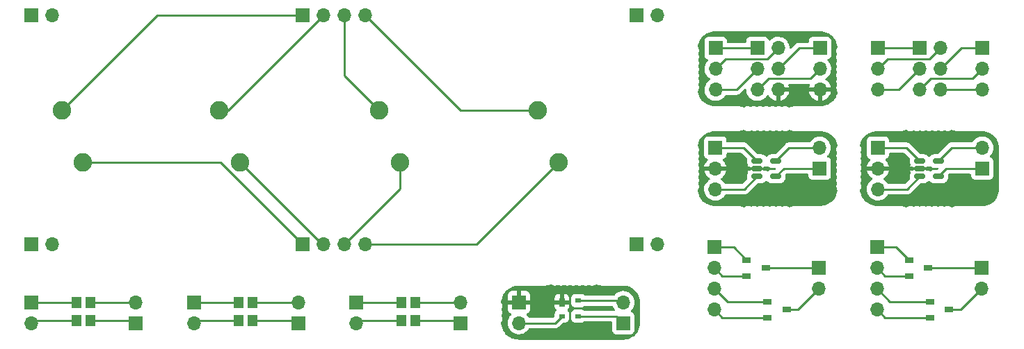
<source format=gbr>
%TF.GenerationSoftware,KiCad,Pcbnew,(6.0.2)*%
%TF.CreationDate,2022-03-21T22:00:24-04:00*%
%TF.ProjectId,Panel_Design_3,50616e65-6c5f-4446-9573-69676e5f332e,rev?*%
%TF.SameCoordinates,Original*%
%TF.FileFunction,Copper,L1,Top*%
%TF.FilePolarity,Positive*%
%FSLAX46Y46*%
G04 Gerber Fmt 4.6, Leading zero omitted, Abs format (unit mm)*
G04 Created by KiCad (PCBNEW (6.0.2)) date 2022-03-21 22:00:24*
%MOMM*%
%LPD*%
G01*
G04 APERTURE LIST*
G04 Aperture macros list*
%AMRoundRect*
0 Rectangle with rounded corners*
0 $1 Rounding radius*
0 $2 $3 $4 $5 $6 $7 $8 $9 X,Y pos of 4 corners*
0 Add a 4 corners polygon primitive as box body*
4,1,4,$2,$3,$4,$5,$6,$7,$8,$9,$2,$3,0*
0 Add four circle primitives for the rounded corners*
1,1,$1+$1,$2,$3*
1,1,$1+$1,$4,$5*
1,1,$1+$1,$6,$7*
1,1,$1+$1,$8,$9*
0 Add four rect primitives between the rounded corners*
20,1,$1+$1,$2,$3,$4,$5,0*
20,1,$1+$1,$4,$5,$6,$7,0*
20,1,$1+$1,$6,$7,$8,$9,0*
20,1,$1+$1,$8,$9,$2,$3,0*%
G04 Aperture macros list end*
%TA.AperFunction,ComponentPad*%
%ADD10R,1.700000X1.700000*%
%TD*%
%TA.AperFunction,ComponentPad*%
%ADD11O,1.700000X1.700000*%
%TD*%
%TA.AperFunction,SMDPad,CuDef*%
%ADD12R,1.050000X0.700000*%
%TD*%
%TA.AperFunction,SMDPad,CuDef*%
%ADD13RoundRect,0.150000X-0.512500X-0.150000X0.512500X-0.150000X0.512500X0.150000X-0.512500X0.150000X0*%
%TD*%
%TA.AperFunction,SMDPad,CuDef*%
%ADD14R,1.200000X1.400000*%
%TD*%
%TA.AperFunction,SMDPad,CuDef*%
%ADD15R,0.700000X0.600000*%
%TD*%
%TA.AperFunction,SMDPad,CuDef*%
%ADD16R,0.700000X1.000000*%
%TD*%
%TA.AperFunction,ComponentPad*%
%ADD17C,2.250000*%
%TD*%
%TA.AperFunction,Conductor*%
%ADD18C,0.250000*%
%TD*%
G04 APERTURE END LIST*
D10*
%TO.P,J36,1,Pin_1*%
%TO.N,Net-(IC2-Pad3)*%
X147380000Y-59580001D03*
D11*
%TO.P,J36,2,Pin_2*%
%TO.N,Net-(IC3-Pad3)*%
X147380000Y-62120001D03*
%TD*%
D12*
%TO.P,IC5,1,G*%
%TO.N,Net-(IC3-Pad1)*%
X141150000Y-63710001D03*
%TO.P,IC5,2,S*%
%TO.N,Net-(IC3-Pad2)*%
X141150000Y-65610001D03*
%TO.P,IC5,3,D*%
%TO.N,Net-(IC3-Pad3)*%
X143450000Y-64660001D03*
%TD*%
%TO.P,IC4,1,G*%
%TO.N,Net-(IC2-Pad1)*%
X138610000Y-58630001D03*
%TO.P,IC4,2,S*%
%TO.N,Net-(IC2-Pad2)*%
X138610000Y-60530001D03*
%TO.P,IC4,3,D*%
%TO.N,Net-(IC2-Pad3)*%
X140910000Y-59580001D03*
%TD*%
D10*
%TO.P,J35,1,Pin_1*%
%TO.N,Net-(IC2-Pad1)*%
X134680000Y-57040001D03*
D11*
%TO.P,J35,2,Pin_2*%
%TO.N,Net-(IC2-Pad2)*%
X134680000Y-59580001D03*
%TO.P,J35,3,Pin_3*%
%TO.N,Net-(IC3-Pad1)*%
X134680000Y-62120001D03*
%TO.P,J35,4,Pin_4*%
%TO.N,Net-(IC3-Pad2)*%
X134680000Y-64660001D03*
%TD*%
%TO.P,J34,2,Pin_2*%
%TO.N,Net-(J20-Pad2)*%
X147490000Y-44880000D03*
D10*
%TO.P,J34,1,Pin_1*%
%TO.N,Net-(J20-Pad1)*%
X147490000Y-47420000D03*
%TD*%
D13*
%TO.P,U4,5,OUT*%
%TO.N,Net-(J20-Pad2)*%
X142147500Y-46510000D03*
%TO.P,U4,4,P4*%
%TO.N,Net-(J20-Pad1)*%
X142147500Y-48410000D03*
%TO.P,U4,3,EN*%
%TO.N,Net-(J16-Pad3)*%
X139872500Y-48410000D03*
%TO.P,U4,2,GND*%
%TO.N,GND_4*%
X139872500Y-47460000D03*
%TO.P,U4,1,IN*%
%TO.N,Net-(J16-Pad1)*%
X139872500Y-46510000D03*
%TD*%
D11*
%TO.P,J33,3,Pin_3*%
%TO.N,Net-(J16-Pad3)*%
X134790000Y-49960000D03*
%TO.P,J33,2,Pin_2*%
%TO.N,GND_4*%
X134790000Y-47420000D03*
D10*
%TO.P,J33,1,Pin_1*%
%TO.N,Net-(J16-Pad1)*%
X134790000Y-44880000D03*
%TD*%
D14*
%TO.P,Y3,4,4*%
%TO.N,Net-(J7-Pad2)*%
X78500000Y-63800000D03*
%TO.P,Y3,3,3*%
%TO.N,Net-(J7-Pad1)*%
X78500000Y-66000000D03*
%TO.P,Y3,2,2*%
%TO.N,Net-(J6-Pad2)*%
X76800000Y-66000000D03*
%TO.P,Y3,1,1*%
%TO.N,Net-(J6-Pad1)*%
X76800000Y-63800000D03*
%TD*%
D11*
%TO.P,J13,2,Pin_2*%
%TO.N,Net-(J7-Pad2)*%
X84030000Y-63740000D03*
D10*
%TO.P,J13,1,Pin_1*%
%TO.N,Net-(J7-Pad1)*%
X84030000Y-66280000D03*
%TD*%
D11*
%TO.P,J12,2,Pin_2*%
%TO.N,Net-(J6-Pad2)*%
X71330000Y-66280000D03*
D10*
%TO.P,J12,1,Pin_1*%
%TO.N,Net-(J6-Pad1)*%
X71330000Y-63740000D03*
%TD*%
D14*
%TO.P,Y2,4,4*%
%TO.N,Net-(J7-Pad2)*%
X58720000Y-63800000D03*
%TO.P,Y2,3,3*%
%TO.N,Net-(J7-Pad1)*%
X58720000Y-66000000D03*
%TO.P,Y2,2,2*%
%TO.N,Net-(J6-Pad2)*%
X57020000Y-66000000D03*
%TO.P,Y2,1,1*%
%TO.N,Net-(J6-Pad1)*%
X57020000Y-63800000D03*
%TD*%
D11*
%TO.P,J11,2,Pin_2*%
%TO.N,Net-(J7-Pad2)*%
X64250000Y-63740000D03*
D10*
%TO.P,J11,1,Pin_1*%
%TO.N,Net-(J7-Pad1)*%
X64250000Y-66280000D03*
%TD*%
D11*
%TO.P,J8,2,Pin_2*%
%TO.N,Net-(J6-Pad2)*%
X51550000Y-66280000D03*
D10*
%TO.P,J8,1,Pin_1*%
%TO.N,Net-(J6-Pad1)*%
X51550000Y-63740000D03*
%TD*%
D11*
%TO.P,J22,6,GND*%
%TO.N,GND_6*%
X122670000Y-37800000D03*
%TO.P,J22,5,~{RST}*%
%TO.N,Net-(J22-Pad5)*%
X120130000Y-37800000D03*
%TO.P,J22,4,MOSI*%
%TO.N,Net-(J22-Pad4)*%
X122670000Y-35260000D03*
%TO.P,J22,3,SCK*%
%TO.N,Net-(J17-Pad3)*%
X120130000Y-35260000D03*
%TO.P,J22,2,VCC*%
%TO.N,Net-(J17-Pad2)*%
X122670000Y-32720000D03*
D10*
%TO.P,J22,1,MISO*%
%TO.N,Net-(J17-Pad1)*%
X120130000Y-32720000D03*
%TD*%
D15*
%TO.P,U3,4,VCC*%
%TO.N,Net-(J23-Pad2)*%
X98330000Y-63540000D03*
%TO.P,U3,3,IO2*%
%TO.N,Net-(J23-Pad1)*%
X98330000Y-65440000D03*
%TO.P,U3,2,IO1*%
%TO.N,Net-(J19-Pad2)*%
X96330000Y-65440000D03*
D16*
%TO.P,U3,1,GND*%
%TO.N,GND_5*%
X96330000Y-63740000D03*
%TD*%
D11*
%TO.P,J9,4,Pin_4*%
%TO.N,Net-(J9-Pad4)*%
X72410000Y-28720000D03*
%TO.P,J9,3,Pin_3*%
%TO.N,Net-(J9-Pad3)*%
X69870000Y-28720000D03*
%TO.P,J9,2,Pin_2*%
%TO.N,Net-(J9-Pad2)*%
X67330000Y-28720000D03*
D10*
%TO.P,J9,1,Pin_1*%
%TO.N,Net-(J9-Pad1)*%
X64790000Y-28720000D03*
%TD*%
D11*
%TO.P,J6,2,Pin_2*%
%TO.N,Net-(J6-Pad2)*%
X31770000Y-66280000D03*
D10*
%TO.P,J6,1,Pin_1*%
%TO.N,Net-(J6-Pad1)*%
X31770000Y-63740000D03*
%TD*%
D11*
%TO.P,J31,2,Pin_2*%
%TO.N,unconnected-(J31-Pad2)*%
X107970000Y-56660000D03*
D10*
%TO.P,J31,1,Pin_1*%
%TO.N,unconnected-(J31-Pad1)*%
X105430000Y-56660000D03*
%TD*%
D11*
%TO.P,J30,2,Pin_2*%
%TO.N,unconnected-(J30-Pad2)*%
X34310000Y-28720000D03*
D10*
%TO.P,J30,1,Pin_1*%
%TO.N,unconnected-(J30-Pad1)*%
X31770000Y-28720000D03*
%TD*%
D11*
%TO.P,J32,2,Pin_2*%
%TO.N,unconnected-(J32-Pad2)*%
X107970000Y-28720000D03*
D10*
%TO.P,J32,1,Pin_1*%
%TO.N,unconnected-(J32-Pad1)*%
X105430000Y-28720000D03*
%TD*%
D11*
%TO.P,J27,6,Pin_6*%
%TO.N,Net-(J27-Pad6)*%
X142410001Y-37799999D03*
%TO.P,J27,5,Pin_5*%
%TO.N,Net-(J27-Pad5)*%
X139870001Y-37799999D03*
%TO.P,J27,4,Pin_4*%
%TO.N,Net-(J27-Pad4)*%
X142410001Y-35259999D03*
%TO.P,J27,3,Pin_3*%
%TO.N,Net-(J26-Pad3)*%
X139870001Y-35259999D03*
%TO.P,J27,2,Pin_2*%
%TO.N,Net-(J26-Pad2)*%
X142410001Y-32719999D03*
D10*
%TO.P,J27,1,Pin_1*%
%TO.N,Net-(J26-Pad1)*%
X139870001Y-32719999D03*
%TD*%
D11*
%TO.P,J24,3,Pin_3*%
%TO.N,GND_6*%
X127750000Y-37800000D03*
%TO.P,J24,2,Pin_2*%
%TO.N,Net-(J22-Pad5)*%
X127750000Y-35260000D03*
D10*
%TO.P,J24,1,Pin_1*%
%TO.N,Net-(J22-Pad4)*%
X127750000Y-32720000D03*
%TD*%
D17*
%TO.P,MX1,2,ROW*%
%TO.N,Net-(J9-Pad1)*%
X35490000Y-40340000D03*
%TO.P,MX1,1,COL*%
%TO.N,Net-(J10-Pad1)*%
X38030000Y-46690000D03*
%TD*%
D11*
%TO.P,J10,4,Pin_4*%
%TO.N,Net-(J10-Pad4)*%
X72410000Y-56660000D03*
%TO.P,J10,3,Pin_3*%
%TO.N,Net-(J10-Pad3)*%
X69870000Y-56660000D03*
%TO.P,J10,2,Pin_2*%
%TO.N,Net-(J10-Pad2)*%
X67330000Y-56660000D03*
D10*
%TO.P,J10,1,Pin_1*%
%TO.N,Net-(J10-Pad1)*%
X64790000Y-56660000D03*
%TD*%
D14*
%TO.P,Y1,4,4*%
%TO.N,Net-(J7-Pad2)*%
X38940000Y-63800000D03*
%TO.P,Y1,3,3*%
%TO.N,Net-(J7-Pad1)*%
X38940000Y-66000000D03*
%TO.P,Y1,2,2*%
%TO.N,Net-(J6-Pad2)*%
X37240000Y-66000000D03*
%TO.P,Y1,1,1*%
%TO.N,Net-(J6-Pad1)*%
X37240000Y-63800000D03*
%TD*%
D17*
%TO.P,MX3,2,ROW*%
%TO.N,Net-(J9-Pad2)*%
X54630000Y-40340000D03*
%TO.P,MX3,1,COL*%
%TO.N,Net-(J10-Pad2)*%
X57170000Y-46690000D03*
%TD*%
D11*
%TO.P,J29,2,Pin_2*%
%TO.N,unconnected-(J29-Pad2)*%
X34310000Y-56660000D03*
D10*
%TO.P,J29,1,Pin_1*%
%TO.N,unconnected-(J29-Pad1)*%
X31770000Y-56660000D03*
%TD*%
D17*
%TO.P,MX2,2,ROW*%
%TO.N,Net-(J9-Pad3)*%
X74090000Y-40340000D03*
%TO.P,MX2,1,COL*%
%TO.N,Net-(J10-Pad3)*%
X76630000Y-46690000D03*
%TD*%
D11*
%TO.P,J26,3,Pin_3*%
%TO.N,Net-(J26-Pad3)*%
X134790001Y-37799999D03*
%TO.P,J26,2,Pin_2*%
%TO.N,Net-(J26-Pad2)*%
X134790001Y-35259999D03*
D10*
%TO.P,J26,1,Pin_1*%
%TO.N,Net-(J26-Pad1)*%
X134790001Y-32719999D03*
%TD*%
D11*
%TO.P,J7,2,Pin_2*%
%TO.N,Net-(J7-Pad2)*%
X44470000Y-63740000D03*
D10*
%TO.P,J7,1,Pin_1*%
%TO.N,Net-(J7-Pad1)*%
X44470000Y-66280000D03*
%TD*%
D17*
%TO.P,MX4,2,ROW*%
%TO.N,Net-(J9-Pad4)*%
X93390000Y-40340000D03*
%TO.P,MX4,1,COL*%
%TO.N,Net-(J10-Pad4)*%
X95930000Y-46690000D03*
%TD*%
D11*
%TO.P,J23,2,Pin_2*%
%TO.N,Net-(J23-Pad2)*%
X103810000Y-63740000D03*
D10*
%TO.P,J23,1,Pin_1*%
%TO.N,Net-(J23-Pad1)*%
X103810000Y-66280000D03*
%TD*%
D11*
%TO.P,J28,3,Pin_3*%
%TO.N,Net-(J27-Pad6)*%
X147490001Y-37799999D03*
%TO.P,J28,2,Pin_2*%
%TO.N,Net-(J27-Pad5)*%
X147490001Y-35259999D03*
D10*
%TO.P,J28,1,Pin_1*%
%TO.N,Net-(J27-Pad4)*%
X147490001Y-32719999D03*
%TD*%
D11*
%TO.P,J17,3,Pin_3*%
%TO.N,Net-(J17-Pad3)*%
X115050000Y-37800000D03*
%TO.P,J17,2,Pin_2*%
%TO.N,Net-(J17-Pad2)*%
X115050000Y-35260000D03*
D10*
%TO.P,J17,1,Pin_1*%
%TO.N,Net-(J17-Pad1)*%
X115050000Y-32720000D03*
%TD*%
D11*
%TO.P,J19,2,Pin_2*%
%TO.N,Net-(J19-Pad2)*%
X91110000Y-66280000D03*
D10*
%TO.P,J19,1,Pin_1*%
%TO.N,GND_5*%
X91110000Y-63740000D03*
%TD*%
%TO.P,J15,1,Pin_1*%
%TO.N,Net-(IC2-Pad1)*%
X114900000Y-57040001D03*
D11*
%TO.P,J15,2,Pin_2*%
%TO.N,Net-(IC2-Pad2)*%
X114900000Y-59580001D03*
%TO.P,J15,3,Pin_3*%
%TO.N,Net-(IC3-Pad1)*%
X114900000Y-62120001D03*
%TO.P,J15,4,Pin_4*%
%TO.N,Net-(IC3-Pad2)*%
X114900000Y-64660001D03*
%TD*%
D12*
%TO.P,IC2,1,G*%
%TO.N,Net-(IC2-Pad1)*%
X118830000Y-58630001D03*
%TO.P,IC2,2,S*%
%TO.N,Net-(IC2-Pad2)*%
X118830000Y-60530001D03*
%TO.P,IC2,3,D*%
%TO.N,Net-(IC2-Pad3)*%
X121130000Y-59580001D03*
%TD*%
D11*
%TO.P,J16,3,Pin_3*%
%TO.N,Net-(J16-Pad3)*%
X115010000Y-49960000D03*
%TO.P,J16,2,Pin_2*%
%TO.N,GND_4*%
X115010000Y-47420000D03*
D10*
%TO.P,J16,1,Pin_1*%
%TO.N,Net-(J16-Pad1)*%
X115010000Y-44880000D03*
%TD*%
D12*
%TO.P,IC3,1,G*%
%TO.N,Net-(IC3-Pad1)*%
X121370000Y-63710001D03*
%TO.P,IC3,2,S*%
%TO.N,Net-(IC3-Pad2)*%
X121370000Y-65610001D03*
%TO.P,IC3,3,D*%
%TO.N,Net-(IC3-Pad3)*%
X123670000Y-64660001D03*
%TD*%
D13*
%TO.P,U2,5,OUT*%
%TO.N,Net-(J20-Pad2)*%
X122367500Y-46510000D03*
%TO.P,U2,4,P4*%
%TO.N,Net-(J20-Pad1)*%
X122367500Y-48410000D03*
%TO.P,U2,3,EN*%
%TO.N,Net-(J16-Pad3)*%
X120092500Y-48410000D03*
%TO.P,U2,2,GND*%
%TO.N,GND_4*%
X120092500Y-47460000D03*
%TO.P,U2,1,IN*%
%TO.N,Net-(J16-Pad1)*%
X120092500Y-46510000D03*
%TD*%
D10*
%TO.P,J21,1,Pin_1*%
%TO.N,Net-(IC2-Pad3)*%
X127600000Y-59580001D03*
D11*
%TO.P,J21,2,Pin_2*%
%TO.N,Net-(IC3-Pad3)*%
X127600000Y-62120001D03*
%TD*%
%TO.P,J20,2,Pin_2*%
%TO.N,Net-(J20-Pad2)*%
X127710000Y-44880000D03*
D10*
%TO.P,J20,1,Pin_1*%
%TO.N,Net-(J20-Pad1)*%
X127710000Y-47420000D03*
%TD*%
D18*
%TO.N,Net-(IC2-Pad2)*%
X138610000Y-60530001D02*
X135630000Y-60530001D01*
%TO.N,Net-(IC2-Pad1)*%
X137020000Y-57040001D02*
X138610000Y-58630001D01*
%TO.N,Net-(IC3-Pad2)*%
X141150000Y-65610001D02*
X135630000Y-65610001D01*
%TO.N,Net-(IC3-Pad1)*%
X134680000Y-62120001D02*
X136270000Y-63710001D01*
%TO.N,Net-(IC2-Pad2)*%
X135630000Y-60530001D02*
X134680000Y-59580001D01*
%TO.N,Net-(IC2-Pad3)*%
X140910000Y-59580001D02*
X147380000Y-59580001D01*
%TO.N,Net-(IC2-Pad1)*%
X134680000Y-57040001D02*
X137020000Y-57040001D01*
%TO.N,Net-(IC3-Pad3)*%
X143450000Y-64660001D02*
X144840000Y-64660001D01*
%TO.N,Net-(IC3-Pad2)*%
X135630000Y-65610001D02*
X134680000Y-64660001D01*
%TO.N,Net-(IC3-Pad3)*%
X144840000Y-64660001D02*
X147380000Y-62120001D01*
%TO.N,Net-(IC3-Pad1)*%
X136270000Y-63710001D02*
X141150000Y-63710001D01*
%TO.N,Net-(J16-Pad3)*%
X139872500Y-48410000D02*
X138322500Y-49960000D01*
X138322500Y-49960000D02*
X134790000Y-49960000D01*
%TO.N,Net-(J16-Pad1)*%
X139872500Y-46510000D02*
X138242500Y-44880000D01*
%TO.N,GND_4*%
X139832500Y-47420000D02*
X134790000Y-47420000D01*
X139872500Y-47460000D02*
X139832500Y-47420000D01*
%TO.N,Net-(J16-Pad1)*%
X138242500Y-44880000D02*
X134790000Y-44880000D01*
%TO.N,Net-(J20-Pad1)*%
X143137500Y-47420000D02*
X147490000Y-47420000D01*
X142147500Y-48410000D02*
X143137500Y-47420000D01*
%TO.N,Net-(J20-Pad2)*%
X143777500Y-44880000D02*
X147490000Y-44880000D01*
X142147500Y-46510000D02*
X143777500Y-44880000D01*
%TO.N,Net-(J7-Pad2)*%
X78500000Y-63800000D02*
X83970000Y-63800000D01*
%TO.N,Net-(J7-Pad1)*%
X83870000Y-66000000D02*
X84150000Y-66280000D01*
%TO.N,Net-(J7-Pad2)*%
X84090000Y-63800000D02*
X84150000Y-63740000D01*
%TO.N,Net-(J7-Pad1)*%
X78500000Y-66000000D02*
X83750000Y-66000000D01*
%TO.N,Net-(J6-Pad2)*%
X71610000Y-66000000D02*
X71330000Y-66280000D01*
X76800000Y-66000000D02*
X71610000Y-66000000D01*
%TO.N,Net-(J7-Pad2)*%
X83970000Y-63800000D02*
X84030000Y-63740000D01*
%TO.N,Net-(J7-Pad1)*%
X83750000Y-66000000D02*
X84030000Y-66280000D01*
%TO.N,Net-(J6-Pad1)*%
X76740000Y-63740000D02*
X76800000Y-63800000D01*
X71330000Y-63740000D02*
X76740000Y-63740000D01*
%TO.N,Net-(J7-Pad2)*%
X58720000Y-63800000D02*
X64190000Y-63800000D01*
%TO.N,Net-(J7-Pad1)*%
X64090000Y-66000000D02*
X64370000Y-66280000D01*
%TO.N,Net-(J7-Pad2)*%
X64310000Y-63800000D02*
X64370000Y-63740000D01*
%TO.N,Net-(J7-Pad1)*%
X58720000Y-66000000D02*
X63970000Y-66000000D01*
%TO.N,Net-(J6-Pad2)*%
X51830000Y-66000000D02*
X51550000Y-66280000D01*
X57020000Y-66000000D02*
X51830000Y-66000000D01*
%TO.N,Net-(J7-Pad2)*%
X64190000Y-63800000D02*
X64250000Y-63740000D01*
%TO.N,Net-(J7-Pad1)*%
X63970000Y-66000000D02*
X64250000Y-66280000D01*
%TO.N,Net-(J6-Pad1)*%
X56960000Y-63740000D02*
X57020000Y-63800000D01*
X51550000Y-63740000D02*
X56960000Y-63740000D01*
X37180000Y-63740000D02*
X37240000Y-63800000D01*
X31770000Y-63740000D02*
X37180000Y-63740000D01*
%TO.N,Net-(J6-Pad2)*%
X37240000Y-66000000D02*
X32050000Y-66000000D01*
X32050000Y-66000000D02*
X31770000Y-66280000D01*
%TO.N,Net-(J7-Pad1)*%
X44310000Y-66000000D02*
X44590000Y-66280000D01*
X38940000Y-66000000D02*
X44190000Y-66000000D01*
X44190000Y-66000000D02*
X44470000Y-66280000D01*
%TO.N,Net-(J7-Pad2)*%
X44530000Y-63800000D02*
X44590000Y-63740000D01*
X44410000Y-63800000D02*
X44470000Y-63740000D01*
X38940000Y-63800000D02*
X44410000Y-63800000D01*
%TO.N,Net-(J9-Pad1)*%
X47110000Y-28720000D02*
X64790000Y-28720000D01*
X35490000Y-40340000D02*
X47110000Y-28720000D01*
%TO.N,Net-(J9-Pad2)*%
X54630000Y-40340000D02*
X55710000Y-40340000D01*
X55710000Y-40340000D02*
X67330000Y-28720000D01*
%TO.N,Net-(J9-Pad3)*%
X69870000Y-36120000D02*
X69870000Y-28720000D01*
X74090000Y-40340000D02*
X69870000Y-36120000D01*
%TO.N,Net-(J9-Pad4)*%
X93390000Y-40340000D02*
X84030000Y-40340000D01*
X84030000Y-40340000D02*
X72410000Y-28720000D01*
%TO.N,Net-(J10-Pad1)*%
X38030000Y-46690000D02*
X54820000Y-46690000D01*
X54820000Y-46690000D02*
X64790000Y-56660000D01*
%TO.N,Net-(J10-Pad2)*%
X57170000Y-46690000D02*
X67140000Y-56660000D01*
X67140000Y-56660000D02*
X67330000Y-56660000D01*
%TO.N,Net-(J10-Pad3)*%
X76630000Y-46690000D02*
X76630000Y-49900000D01*
X76630000Y-49900000D02*
X69870000Y-56660000D01*
%TO.N,Net-(J10-Pad4)*%
X95930000Y-46690000D02*
X85960000Y-56660000D01*
X85960000Y-56660000D02*
X72410000Y-56660000D01*
%TO.N,Net-(J17-Pad1)*%
X115050000Y-32720000D02*
X120130000Y-32720000D01*
%TO.N,Net-(J17-Pad2)*%
X116224511Y-34085489D02*
X121304511Y-34085489D01*
X121304511Y-34085489D02*
X122670000Y-32720000D01*
X115050000Y-35260000D02*
X116224511Y-34085489D01*
%TO.N,Net-(J17-Pad3)*%
X120130000Y-35260000D02*
X117590000Y-37800000D01*
X117590000Y-37800000D02*
X115050000Y-37800000D01*
%TO.N,GND_5*%
X91110000Y-63740000D02*
X96330000Y-63740000D01*
%TO.N,Net-(J19-Pad2)*%
X91110000Y-66280000D02*
X95490000Y-66280000D01*
X95490000Y-66280000D02*
X96330000Y-65440000D01*
%TO.N,Net-(J23-Pad1)*%
X102970000Y-65440000D02*
X103810000Y-66280000D01*
X98330000Y-65440000D02*
X102970000Y-65440000D01*
%TO.N,Net-(J23-Pad2)*%
X98330000Y-63540000D02*
X103610000Y-63540000D01*
X103610000Y-63540000D02*
X103810000Y-63740000D01*
%TO.N,Net-(J22-Pad4)*%
X122670000Y-35260000D02*
X125210000Y-32720000D01*
X125210000Y-32720000D02*
X127750000Y-32720000D01*
%TO.N,Net-(J22-Pad5)*%
X127750000Y-35260000D02*
X126575489Y-36434511D01*
X121495489Y-36434511D02*
X120130000Y-37800000D01*
X126575489Y-36434511D02*
X121495489Y-36434511D01*
%TO.N,GND_6*%
X122670000Y-37800000D02*
X127750000Y-37800000D01*
%TO.N,Net-(J26-Pad1)*%
X134790001Y-32719999D02*
X139870001Y-32719999D01*
%TO.N,Net-(J26-Pad2)*%
X134790001Y-35259999D02*
X135964512Y-34085488D01*
X141044512Y-34085488D02*
X142410001Y-32719999D01*
X135964512Y-34085488D02*
X141044512Y-34085488D01*
%TO.N,Net-(J26-Pad3)*%
X137330001Y-37799999D02*
X134790001Y-37799999D01*
X139870001Y-35259999D02*
X137330001Y-37799999D01*
%TO.N,Net-(J27-Pad4)*%
X142410001Y-35259999D02*
X144950001Y-32719999D01*
X144950001Y-32719999D02*
X147490001Y-32719999D01*
%TO.N,Net-(J27-Pad5)*%
X146315490Y-36434510D02*
X141235490Y-36434510D01*
X147490001Y-35259999D02*
X146315490Y-36434510D01*
X141235490Y-36434510D02*
X139870001Y-37799999D01*
%TO.N,Net-(J27-Pad6)*%
X142410001Y-37799999D02*
X147490001Y-37799999D01*
%TO.N,Net-(IC2-Pad1)*%
X117240000Y-57040001D02*
X118830000Y-58630001D01*
X114900000Y-57040001D02*
X117240000Y-57040001D01*
%TO.N,Net-(IC2-Pad2)*%
X115850000Y-60530001D02*
X114900000Y-59580001D01*
X118830000Y-60530001D02*
X115850000Y-60530001D01*
%TO.N,Net-(IC2-Pad3)*%
X121130000Y-59580001D02*
X127600000Y-59580001D01*
%TO.N,Net-(IC3-Pad1)*%
X116490000Y-63710001D02*
X121370000Y-63710001D01*
X114900000Y-62120001D02*
X116490000Y-63710001D01*
%TO.N,Net-(IC3-Pad2)*%
X115850000Y-65610001D02*
X114900000Y-64660001D01*
X121370000Y-65610001D02*
X115850000Y-65610001D01*
%TO.N,Net-(IC3-Pad3)*%
X125060000Y-64660001D02*
X127600000Y-62120001D01*
X123670000Y-64660001D02*
X125060000Y-64660001D01*
%TO.N,Net-(J16-Pad1)*%
X120092500Y-46510000D02*
X118462500Y-44880000D01*
X118462500Y-44880000D02*
X115010000Y-44880000D01*
%TO.N,GND_4*%
X120052500Y-47420000D02*
X115010000Y-47420000D01*
X120092500Y-47460000D02*
X120052500Y-47420000D01*
%TO.N,Net-(J16-Pad3)*%
X118542500Y-49960000D02*
X115010000Y-49960000D01*
X120092500Y-48410000D02*
X118542500Y-49960000D01*
%TO.N,Net-(J20-Pad1)*%
X122367500Y-48410000D02*
X123357500Y-47420000D01*
X123357500Y-47420000D02*
X127710000Y-47420000D01*
%TO.N,Net-(J20-Pad2)*%
X122367500Y-46510000D02*
X123997500Y-44880000D01*
X123997500Y-44880000D02*
X127710000Y-44880000D01*
%TD*%
%TA.AperFunction,Conductor*%
%TO.N,GND_6*%
G36*
X127720055Y-30689500D02*
G01*
X127734856Y-30691805D01*
X127734859Y-30691805D01*
X127743728Y-30693186D01*
X127761224Y-30690898D01*
X127784939Y-30690050D01*
X128000468Y-30702699D01*
X128015128Y-30704426D01*
X128022552Y-30705745D01*
X128254876Y-30747025D01*
X128269235Y-30750455D01*
X128502351Y-30820803D01*
X128516209Y-30825888D01*
X128570139Y-30849347D01*
X128739506Y-30923021D01*
X128752668Y-30929689D01*
X128822951Y-30970637D01*
X128963071Y-31052273D01*
X128975366Y-31060437D01*
X129058698Y-31123101D01*
X129169987Y-31206789D01*
X129181234Y-31216327D01*
X129357415Y-31384449D01*
X129367473Y-31395243D01*
X129522764Y-31582798D01*
X129531497Y-31594701D01*
X129663788Y-31799138D01*
X129671068Y-31811980D01*
X129736681Y-31945379D01*
X129749229Y-31991105D01*
X129755960Y-32076633D01*
X129757114Y-32081440D01*
X129757115Y-32081446D01*
X129782672Y-32187897D01*
X129811372Y-32307439D01*
X129813265Y-32312010D01*
X129813266Y-32312012D01*
X129898465Y-32517702D01*
X129906054Y-32588292D01*
X129887144Y-32631754D01*
X129888510Y-32632547D01*
X129799674Y-32785490D01*
X129797553Y-32792494D01*
X129797551Y-32792498D01*
X129757879Y-32923488D01*
X129748405Y-32954767D01*
X129737453Y-33131298D01*
X129738693Y-33138514D01*
X129738693Y-33138516D01*
X129749022Y-33198628D01*
X129767406Y-33305614D01*
X129770272Y-33312348D01*
X129770272Y-33312350D01*
X129812801Y-33412300D01*
X129821067Y-33482814D01*
X129805814Y-33524917D01*
X129803354Y-33529153D01*
X129803351Y-33529159D01*
X129799674Y-33535490D01*
X129797553Y-33542494D01*
X129797551Y-33542498D01*
X129758190Y-33672460D01*
X129748405Y-33704767D01*
X129737453Y-33881298D01*
X129738693Y-33888514D01*
X129738693Y-33888516D01*
X129761392Y-34020615D01*
X129767406Y-34055614D01*
X129770272Y-34062348D01*
X129770272Y-34062350D01*
X129812801Y-34162300D01*
X129821067Y-34232814D01*
X129805814Y-34274917D01*
X129803354Y-34279153D01*
X129803351Y-34279159D01*
X129799674Y-34285490D01*
X129797553Y-34292494D01*
X129797551Y-34292498D01*
X129765477Y-34398401D01*
X129748405Y-34454767D01*
X129737453Y-34631298D01*
X129738693Y-34638514D01*
X129738693Y-34638516D01*
X129761528Y-34771406D01*
X129767406Y-34805614D01*
X129770272Y-34812348D01*
X129770272Y-34812350D01*
X129812801Y-34912300D01*
X129821067Y-34982814D01*
X129805814Y-35024917D01*
X129803354Y-35029153D01*
X129803351Y-35029159D01*
X129799674Y-35035490D01*
X129797553Y-35042494D01*
X129797551Y-35042498D01*
X129757879Y-35173488D01*
X129748405Y-35204767D01*
X129737453Y-35381298D01*
X129738693Y-35388514D01*
X129738693Y-35388516D01*
X129766166Y-35548398D01*
X129767406Y-35555614D01*
X129770272Y-35562348D01*
X129770272Y-35562350D01*
X129812801Y-35662300D01*
X129821067Y-35732814D01*
X129805814Y-35774917D01*
X129803354Y-35779153D01*
X129803351Y-35779159D01*
X129799674Y-35785490D01*
X129797553Y-35792494D01*
X129797551Y-35792498D01*
X129757879Y-35923488D01*
X129748405Y-35954767D01*
X129737453Y-36131298D01*
X129738693Y-36138514D01*
X129738693Y-36138516D01*
X129741051Y-36152239D01*
X129767406Y-36305614D01*
X129770272Y-36312348D01*
X129770272Y-36312350D01*
X129812801Y-36412300D01*
X129821067Y-36482814D01*
X129805814Y-36524917D01*
X129803354Y-36529153D01*
X129803351Y-36529159D01*
X129799674Y-36535490D01*
X129797553Y-36542494D01*
X129797551Y-36542498D01*
X129768013Y-36640027D01*
X129748405Y-36704767D01*
X129737453Y-36881298D01*
X129738693Y-36888514D01*
X129738693Y-36888516D01*
X129766166Y-37048398D01*
X129767406Y-37055614D01*
X129770272Y-37062348D01*
X129770272Y-37062350D01*
X129812801Y-37162300D01*
X129821067Y-37232814D01*
X129805814Y-37274917D01*
X129803354Y-37279153D01*
X129803351Y-37279159D01*
X129799674Y-37285490D01*
X129797553Y-37292494D01*
X129797551Y-37292498D01*
X129784839Y-37334470D01*
X129748405Y-37454767D01*
X129737453Y-37631298D01*
X129767406Y-37805614D01*
X129836657Y-37968364D01*
X129840990Y-37974252D01*
X129840993Y-37974257D01*
X129885481Y-38034708D01*
X129909747Y-38101429D01*
X129900408Y-38157608D01*
X129847739Y-38284764D01*
X129814602Y-38364764D01*
X129811372Y-38372561D01*
X129755960Y-38603367D01*
X129755518Y-38608990D01*
X129751809Y-38656119D01*
X129733614Y-38712095D01*
X129659843Y-38832415D01*
X129651180Y-38844809D01*
X129503855Y-39030729D01*
X129487259Y-39051672D01*
X129477176Y-39062936D01*
X129289646Y-39248677D01*
X129278287Y-39258651D01*
X129069849Y-39420591D01*
X129057374Y-39429133D01*
X128831047Y-39564930D01*
X128817646Y-39571913D01*
X128694394Y-39627002D01*
X128576684Y-39679614D01*
X128562533Y-39684946D01*
X128310390Y-39763008D01*
X128295700Y-39766605D01*
X128036031Y-39813895D01*
X128021033Y-39815705D01*
X127816891Y-39827978D01*
X127792090Y-39829469D01*
X127765146Y-39828196D01*
X127756269Y-39826814D01*
X127747367Y-39827978D01*
X127747364Y-39827978D01*
X127724748Y-39830936D01*
X127708410Y-39832000D01*
X124803207Y-39832000D01*
X124782303Y-39830254D01*
X124777637Y-39829469D01*
X124762539Y-39826929D01*
X124756419Y-39826854D01*
X124754867Y-39826835D01*
X124754862Y-39826835D01*
X124750000Y-39826776D01*
X124745184Y-39827466D01*
X124745100Y-39827471D01*
X124737313Y-39828335D01*
X124513367Y-39845960D01*
X124508560Y-39847114D01*
X124508554Y-39847115D01*
X124381753Y-39877558D01*
X124282561Y-39901372D01*
X124277990Y-39903265D01*
X124277988Y-39903266D01*
X124214951Y-39929377D01*
X124070283Y-39989300D01*
X123999694Y-39996889D01*
X123940489Y-39968917D01*
X123923715Y-39954667D01*
X123814045Y-39898666D01*
X123772708Y-39877558D01*
X123772706Y-39877557D01*
X123766192Y-39874231D01*
X123759087Y-39872492D01*
X123759083Y-39872491D01*
X123654162Y-39846818D01*
X123594390Y-39832192D01*
X123588788Y-39831844D01*
X123588785Y-39831844D01*
X123585175Y-39831620D01*
X123585165Y-39831620D01*
X123583236Y-39831500D01*
X123455707Y-39831500D01*
X123385964Y-39839631D01*
X123331589Y-39845970D01*
X123331585Y-39845971D01*
X123324319Y-39846818D01*
X123317444Y-39849313D01*
X123317442Y-39849314D01*
X123164338Y-39904889D01*
X123093480Y-39909330D01*
X123064044Y-39898666D01*
X123022712Y-39877560D01*
X123022707Y-39877558D01*
X123016192Y-39874231D01*
X122844390Y-39832192D01*
X122838788Y-39831844D01*
X122838785Y-39831844D01*
X122835175Y-39831620D01*
X122835165Y-39831620D01*
X122833236Y-39831500D01*
X122705707Y-39831500D01*
X122635964Y-39839631D01*
X122581589Y-39845970D01*
X122581585Y-39845971D01*
X122574319Y-39846818D01*
X122567444Y-39849313D01*
X122567442Y-39849314D01*
X122414338Y-39904889D01*
X122343480Y-39909330D01*
X122314044Y-39898666D01*
X122272712Y-39877560D01*
X122272707Y-39877558D01*
X122266192Y-39874231D01*
X122094390Y-39832192D01*
X122088788Y-39831844D01*
X122088785Y-39831844D01*
X122085175Y-39831620D01*
X122085165Y-39831620D01*
X122083236Y-39831500D01*
X121955707Y-39831500D01*
X121885964Y-39839631D01*
X121831589Y-39845970D01*
X121831585Y-39845971D01*
X121824319Y-39846818D01*
X121817444Y-39849313D01*
X121817442Y-39849314D01*
X121664338Y-39904889D01*
X121593480Y-39909330D01*
X121564044Y-39898666D01*
X121522712Y-39877560D01*
X121522707Y-39877558D01*
X121516192Y-39874231D01*
X121344390Y-39832192D01*
X121338788Y-39831844D01*
X121338785Y-39831844D01*
X121335175Y-39831620D01*
X121335165Y-39831620D01*
X121333236Y-39831500D01*
X121205707Y-39831500D01*
X121135964Y-39839631D01*
X121081589Y-39845970D01*
X121081585Y-39845971D01*
X121074319Y-39846818D01*
X121067444Y-39849313D01*
X121067442Y-39849314D01*
X120914338Y-39904889D01*
X120843480Y-39909330D01*
X120814044Y-39898666D01*
X120772712Y-39877560D01*
X120772707Y-39877558D01*
X120766192Y-39874231D01*
X120594390Y-39832192D01*
X120588788Y-39831844D01*
X120588785Y-39831844D01*
X120585175Y-39831620D01*
X120585165Y-39831620D01*
X120583236Y-39831500D01*
X120455707Y-39831500D01*
X120385964Y-39839631D01*
X120331589Y-39845970D01*
X120331585Y-39845971D01*
X120324319Y-39846818D01*
X120317444Y-39849313D01*
X120317442Y-39849314D01*
X120164338Y-39904889D01*
X120093480Y-39909330D01*
X120064044Y-39898666D01*
X120022712Y-39877560D01*
X120022707Y-39877558D01*
X120016192Y-39874231D01*
X119844390Y-39832192D01*
X119838788Y-39831844D01*
X119838785Y-39831844D01*
X119835175Y-39831620D01*
X119835165Y-39831620D01*
X119833236Y-39831500D01*
X119705707Y-39831500D01*
X119635964Y-39839631D01*
X119581589Y-39845970D01*
X119581585Y-39845971D01*
X119574319Y-39846818D01*
X119567444Y-39849313D01*
X119567442Y-39849314D01*
X119414338Y-39904889D01*
X119343480Y-39909330D01*
X119314044Y-39898666D01*
X119272712Y-39877560D01*
X119272707Y-39877558D01*
X119266192Y-39874231D01*
X119094390Y-39832192D01*
X119088788Y-39831844D01*
X119088785Y-39831844D01*
X119085175Y-39831620D01*
X119085165Y-39831620D01*
X119083236Y-39831500D01*
X118955707Y-39831500D01*
X118885964Y-39839631D01*
X118831589Y-39845970D01*
X118831585Y-39845971D01*
X118824319Y-39846818D01*
X118817444Y-39849313D01*
X118817442Y-39849314D01*
X118668810Y-39903266D01*
X118658063Y-39907167D01*
X118651946Y-39911178D01*
X118651943Y-39911179D01*
X118548615Y-39978924D01*
X118480679Y-39999547D01*
X118431313Y-39989961D01*
X118285049Y-39929377D01*
X118222012Y-39903266D01*
X118222010Y-39903265D01*
X118217439Y-39901372D01*
X118118247Y-39877558D01*
X117991446Y-39847115D01*
X117991440Y-39847114D01*
X117986633Y-39845960D01*
X117783657Y-39829986D01*
X117772637Y-39828628D01*
X117767330Y-39827735D01*
X117767329Y-39827735D01*
X117762539Y-39826929D01*
X117756300Y-39826853D01*
X117754859Y-39826835D01*
X117754855Y-39826835D01*
X117750000Y-39826776D01*
X117723997Y-39830500D01*
X117722412Y-39830727D01*
X117704549Y-39832000D01*
X115099328Y-39832000D01*
X115079943Y-39830500D01*
X115065142Y-39828195D01*
X115065139Y-39828195D01*
X115056270Y-39826814D01*
X115047368Y-39827978D01*
X115047366Y-39827978D01*
X115044638Y-39828335D01*
X115039361Y-39829025D01*
X115015241Y-39829848D01*
X114950079Y-39825814D01*
X114771178Y-39814738D01*
X114755726Y-39812818D01*
X114488818Y-39762733D01*
X114473721Y-39758921D01*
X114215033Y-39676299D01*
X114200520Y-39670653D01*
X113980124Y-39568823D01*
X113954011Y-39556758D01*
X113940309Y-39549368D01*
X113709712Y-39405926D01*
X113697028Y-39396904D01*
X113485884Y-39226113D01*
X113474408Y-39215592D01*
X113414808Y-39153757D01*
X113303086Y-39037847D01*
X113285959Y-39020078D01*
X113275866Y-39008221D01*
X113112962Y-38790943D01*
X113104409Y-38777931D01*
X113025292Y-38639648D01*
X113009045Y-38586962D01*
X113004428Y-38528299D01*
X113004040Y-38523367D01*
X112948628Y-38292561D01*
X112946734Y-38287988D01*
X112861535Y-38082298D01*
X112853946Y-38011708D01*
X112872856Y-37968246D01*
X112871490Y-37967453D01*
X112927584Y-37870879D01*
X112960326Y-37814510D01*
X112963021Y-37805614D01*
X112974808Y-37766695D01*
X113687251Y-37766695D01*
X113700110Y-37989715D01*
X113701247Y-37994761D01*
X113701248Y-37994767D01*
X113715449Y-38057778D01*
X113749222Y-38207639D01*
X113800497Y-38333916D01*
X113826662Y-38398351D01*
X113833266Y-38414616D01*
X113949987Y-38605088D01*
X114096250Y-38773938D01*
X114268126Y-38916632D01*
X114461000Y-39029338D01*
X114465825Y-39031180D01*
X114465826Y-39031181D01*
X114483283Y-39037847D01*
X114669692Y-39109030D01*
X114674760Y-39110061D01*
X114674763Y-39110062D01*
X114769862Y-39129410D01*
X114888597Y-39153567D01*
X114893772Y-39153757D01*
X114893774Y-39153757D01*
X115106673Y-39161564D01*
X115106677Y-39161564D01*
X115111837Y-39161753D01*
X115116957Y-39161097D01*
X115116959Y-39161097D01*
X115328288Y-39134025D01*
X115328289Y-39134025D01*
X115333416Y-39133368D01*
X115338366Y-39131883D01*
X115542429Y-39070661D01*
X115542434Y-39070659D01*
X115547384Y-39069174D01*
X115747994Y-38970896D01*
X115929860Y-38841173D01*
X115976427Y-38794769D01*
X116084435Y-38687137D01*
X116088096Y-38683489D01*
X116124620Y-38632661D01*
X116215435Y-38506277D01*
X116218453Y-38502077D01*
X116220746Y-38497437D01*
X116222446Y-38494608D01*
X116274674Y-38446518D01*
X116330451Y-38433500D01*
X117511233Y-38433500D01*
X117522416Y-38434027D01*
X117529909Y-38435702D01*
X117537835Y-38435453D01*
X117537836Y-38435453D01*
X117597986Y-38433562D01*
X117601945Y-38433500D01*
X117629856Y-38433500D01*
X117633791Y-38433003D01*
X117633856Y-38432995D01*
X117645693Y-38432062D01*
X117677951Y-38431048D01*
X117681970Y-38430922D01*
X117689889Y-38430673D01*
X117709343Y-38425021D01*
X117728700Y-38421013D01*
X117740930Y-38419468D01*
X117740931Y-38419468D01*
X117748797Y-38418474D01*
X117756168Y-38415555D01*
X117756170Y-38415555D01*
X117789912Y-38402196D01*
X117801142Y-38398351D01*
X117835983Y-38388229D01*
X117835984Y-38388229D01*
X117843593Y-38386018D01*
X117850412Y-38381985D01*
X117850417Y-38381983D01*
X117861028Y-38375707D01*
X117878776Y-38367012D01*
X117897617Y-38359552D01*
X117932903Y-38333916D01*
X117933387Y-38333564D01*
X117943307Y-38327048D01*
X117974535Y-38308580D01*
X117974538Y-38308578D01*
X117981362Y-38304542D01*
X117995683Y-38290221D01*
X118010717Y-38277380D01*
X118020694Y-38270131D01*
X118027107Y-38265472D01*
X118055298Y-38231395D01*
X118063288Y-38222616D01*
X118555019Y-37730885D01*
X118617331Y-37696859D01*
X118688146Y-37701924D01*
X118744982Y-37744471D01*
X118769905Y-37812727D01*
X118780110Y-37989715D01*
X118781247Y-37994761D01*
X118781248Y-37994767D01*
X118795449Y-38057778D01*
X118829222Y-38207639D01*
X118880497Y-38333916D01*
X118906662Y-38398351D01*
X118913266Y-38414616D01*
X119029987Y-38605088D01*
X119176250Y-38773938D01*
X119348126Y-38916632D01*
X119541000Y-39029338D01*
X119545825Y-39031180D01*
X119545826Y-39031181D01*
X119563283Y-39037847D01*
X119749692Y-39109030D01*
X119754760Y-39110061D01*
X119754763Y-39110062D01*
X119849862Y-39129410D01*
X119968597Y-39153567D01*
X119973772Y-39153757D01*
X119973774Y-39153757D01*
X120186673Y-39161564D01*
X120186677Y-39161564D01*
X120191837Y-39161753D01*
X120196957Y-39161097D01*
X120196959Y-39161097D01*
X120408288Y-39134025D01*
X120408289Y-39134025D01*
X120413416Y-39133368D01*
X120418366Y-39131883D01*
X120622429Y-39070661D01*
X120622434Y-39070659D01*
X120627384Y-39069174D01*
X120827994Y-38970896D01*
X121009860Y-38841173D01*
X121056427Y-38794769D01*
X121164435Y-38687137D01*
X121168096Y-38683489D01*
X121204620Y-38632661D01*
X121298453Y-38502077D01*
X121299640Y-38502930D01*
X121346960Y-38459362D01*
X121416897Y-38447145D01*
X121482338Y-38474678D01*
X121510166Y-38506511D01*
X121567694Y-38600388D01*
X121573777Y-38608699D01*
X121713213Y-38769667D01*
X121720580Y-38776883D01*
X121884434Y-38912916D01*
X121892881Y-38918831D01*
X122076756Y-39026279D01*
X122086042Y-39030729D01*
X122285001Y-39106703D01*
X122294899Y-39109579D01*
X122398250Y-39130606D01*
X122412299Y-39129410D01*
X122416000Y-39119065D01*
X122416000Y-39118517D01*
X122924000Y-39118517D01*
X122928064Y-39132359D01*
X122941478Y-39134393D01*
X122948184Y-39133534D01*
X122958262Y-39131392D01*
X123162255Y-39070191D01*
X123171842Y-39066433D01*
X123363095Y-38972739D01*
X123371945Y-38967464D01*
X123545328Y-38843792D01*
X123553200Y-38837139D01*
X123704052Y-38686812D01*
X123710730Y-38678965D01*
X123835003Y-38506020D01*
X123840313Y-38497183D01*
X123934670Y-38306267D01*
X123938469Y-38296672D01*
X124000377Y-38092910D01*
X124002555Y-38082837D01*
X124003986Y-38071962D01*
X124003363Y-38067966D01*
X126418257Y-38067966D01*
X126448565Y-38202446D01*
X126451645Y-38212275D01*
X126531770Y-38409603D01*
X126536413Y-38418794D01*
X126647694Y-38600388D01*
X126653777Y-38608699D01*
X126793213Y-38769667D01*
X126800580Y-38776883D01*
X126964434Y-38912916D01*
X126972881Y-38918831D01*
X127156756Y-39026279D01*
X127166042Y-39030729D01*
X127365001Y-39106703D01*
X127374899Y-39109579D01*
X127478250Y-39130606D01*
X127492299Y-39129410D01*
X127496000Y-39119065D01*
X127496000Y-39118517D01*
X128004000Y-39118517D01*
X128008064Y-39132359D01*
X128021478Y-39134393D01*
X128028184Y-39133534D01*
X128038262Y-39131392D01*
X128242255Y-39070191D01*
X128251842Y-39066433D01*
X128443095Y-38972739D01*
X128451945Y-38967464D01*
X128625328Y-38843792D01*
X128633200Y-38837139D01*
X128784052Y-38686812D01*
X128790730Y-38678965D01*
X128915003Y-38506020D01*
X128920313Y-38497183D01*
X129014670Y-38306267D01*
X129018469Y-38296672D01*
X129080377Y-38092910D01*
X129082555Y-38082837D01*
X129083986Y-38071962D01*
X129081775Y-38057778D01*
X129068617Y-38054000D01*
X128022115Y-38054000D01*
X128006876Y-38058475D01*
X128005671Y-38059865D01*
X128004000Y-38067548D01*
X128004000Y-39118517D01*
X127496000Y-39118517D01*
X127496000Y-38072115D01*
X127491525Y-38056876D01*
X127490135Y-38055671D01*
X127482452Y-38054000D01*
X126433225Y-38054000D01*
X126419694Y-38057973D01*
X126418257Y-38067966D01*
X124003363Y-38067966D01*
X124001775Y-38057778D01*
X123988617Y-38054000D01*
X122942115Y-38054000D01*
X122926876Y-38058475D01*
X122925671Y-38059865D01*
X122924000Y-38067548D01*
X122924000Y-39118517D01*
X122416000Y-39118517D01*
X122416000Y-37672000D01*
X122436002Y-37603879D01*
X122489658Y-37557386D01*
X122542000Y-37546000D01*
X123988344Y-37546000D01*
X124001875Y-37542027D01*
X124003180Y-37532947D01*
X123961214Y-37365875D01*
X123957894Y-37356124D01*
X123909252Y-37244253D01*
X123900433Y-37173806D01*
X123931099Y-37109775D01*
X123991516Y-37072487D01*
X124024802Y-37068011D01*
X126395127Y-37068011D01*
X126463248Y-37088013D01*
X126509741Y-37141669D01*
X126519845Y-37211943D01*
X126509415Y-37247061D01*
X126473339Y-37324782D01*
X126469775Y-37334470D01*
X126414389Y-37534183D01*
X126415912Y-37542607D01*
X126428292Y-37546000D01*
X129068344Y-37546000D01*
X129081875Y-37542027D01*
X129083180Y-37532947D01*
X129041214Y-37365875D01*
X129037894Y-37356124D01*
X128952972Y-37160814D01*
X128948105Y-37151739D01*
X128832426Y-36972926D01*
X128826136Y-36964757D01*
X128682806Y-36807240D01*
X128675273Y-36800215D01*
X128508139Y-36668222D01*
X128499556Y-36662520D01*
X128462602Y-36642120D01*
X128412631Y-36591687D01*
X128397859Y-36522245D01*
X128422975Y-36455839D01*
X128450327Y-36429232D01*
X128474065Y-36412300D01*
X128629860Y-36301173D01*
X128788096Y-36143489D01*
X128791670Y-36138516D01*
X128915435Y-35966277D01*
X128918453Y-35962077D01*
X128925529Y-35947761D01*
X129015136Y-35766453D01*
X129015137Y-35766451D01*
X129017430Y-35761811D01*
X129067301Y-35597668D01*
X129080865Y-35553023D01*
X129080867Y-35553015D01*
X129082370Y-35548069D01*
X129111529Y-35326590D01*
X129112147Y-35301298D01*
X129113074Y-35263365D01*
X129113074Y-35263361D01*
X129113156Y-35260000D01*
X129094852Y-35037361D01*
X129040431Y-34820702D01*
X128951354Y-34615840D01*
X128830014Y-34428277D01*
X128826532Y-34424450D01*
X128682798Y-34266488D01*
X128651746Y-34202642D01*
X128660141Y-34132143D01*
X128705317Y-34077375D01*
X128731761Y-34063706D01*
X128838297Y-34023767D01*
X128846705Y-34020615D01*
X128963261Y-33933261D01*
X129050615Y-33816705D01*
X129101745Y-33680316D01*
X129108500Y-33618134D01*
X129108500Y-31821866D01*
X129101745Y-31759684D01*
X129050615Y-31623295D01*
X128963261Y-31506739D01*
X128846705Y-31419385D01*
X128710316Y-31368255D01*
X128648134Y-31361500D01*
X126851866Y-31361500D01*
X126789684Y-31368255D01*
X126653295Y-31419385D01*
X126536739Y-31506739D01*
X126449385Y-31623295D01*
X126398255Y-31759684D01*
X126391500Y-31821866D01*
X126391500Y-31960500D01*
X126371498Y-32028621D01*
X126317842Y-32075114D01*
X126265500Y-32086500D01*
X125288763Y-32086500D01*
X125277579Y-32085973D01*
X125270091Y-32084299D01*
X125262168Y-32084548D01*
X125202033Y-32086438D01*
X125198075Y-32086500D01*
X125170144Y-32086500D01*
X125166229Y-32086995D01*
X125166225Y-32086995D01*
X125166167Y-32087003D01*
X125166138Y-32087006D01*
X125154296Y-32087939D01*
X125110110Y-32089327D01*
X125092744Y-32094372D01*
X125090658Y-32094978D01*
X125071306Y-32098986D01*
X125059068Y-32100532D01*
X125059066Y-32100533D01*
X125051203Y-32101526D01*
X125010086Y-32117806D01*
X124998885Y-32121641D01*
X124956406Y-32133982D01*
X124949587Y-32138015D01*
X124949582Y-32138017D01*
X124938971Y-32144293D01*
X124921221Y-32152990D01*
X124902383Y-32160448D01*
X124895967Y-32165109D01*
X124895966Y-32165110D01*
X124866625Y-32186428D01*
X124856701Y-32192947D01*
X124825460Y-32211422D01*
X124825455Y-32211426D01*
X124818637Y-32215458D01*
X124804313Y-32229782D01*
X124789281Y-32242621D01*
X124772893Y-32254528D01*
X124755168Y-32275954D01*
X124744712Y-32288593D01*
X124736722Y-32297373D01*
X124246877Y-32787218D01*
X124184565Y-32821244D01*
X124113750Y-32816179D01*
X124056914Y-32773632D01*
X124032206Y-32708447D01*
X124015276Y-32502522D01*
X124014852Y-32497361D01*
X123960431Y-32280702D01*
X123871354Y-32075840D01*
X123816921Y-31991700D01*
X123752822Y-31892617D01*
X123752820Y-31892614D01*
X123750014Y-31888277D01*
X123599670Y-31723051D01*
X123595619Y-31719852D01*
X123595615Y-31719848D01*
X123428414Y-31587800D01*
X123428410Y-31587798D01*
X123424359Y-31584598D01*
X123228789Y-31476638D01*
X123223920Y-31474914D01*
X123223916Y-31474912D01*
X123023087Y-31403795D01*
X123023083Y-31403794D01*
X123018212Y-31402069D01*
X123013119Y-31401162D01*
X123013116Y-31401161D01*
X122803373Y-31363800D01*
X122803367Y-31363799D01*
X122798284Y-31362894D01*
X122724452Y-31361992D01*
X122580081Y-31360228D01*
X122580079Y-31360228D01*
X122574911Y-31360165D01*
X122354091Y-31393955D01*
X122141756Y-31463357D01*
X122103081Y-31483490D01*
X121949403Y-31563490D01*
X121943607Y-31566507D01*
X121939474Y-31569610D01*
X121939471Y-31569612D01*
X121771198Y-31695955D01*
X121764965Y-31700635D01*
X121708235Y-31760000D01*
X121684283Y-31785064D01*
X121622759Y-31820494D01*
X121551846Y-31817037D01*
X121494060Y-31775791D01*
X121475207Y-31742243D01*
X121433767Y-31631703D01*
X121430615Y-31623295D01*
X121343261Y-31506739D01*
X121226705Y-31419385D01*
X121090316Y-31368255D01*
X121028134Y-31361500D01*
X119231866Y-31361500D01*
X119169684Y-31368255D01*
X119033295Y-31419385D01*
X118916739Y-31506739D01*
X118829385Y-31623295D01*
X118778255Y-31759684D01*
X118771500Y-31821866D01*
X118771500Y-31960500D01*
X118751498Y-32028621D01*
X118697842Y-32075114D01*
X118645500Y-32086500D01*
X116534500Y-32086500D01*
X116466379Y-32066498D01*
X116419886Y-32012842D01*
X116408500Y-31960500D01*
X116408500Y-31821866D01*
X116401745Y-31759684D01*
X116350615Y-31623295D01*
X116263261Y-31506739D01*
X116146705Y-31419385D01*
X116010316Y-31368255D01*
X115948134Y-31361500D01*
X114151866Y-31361500D01*
X114089684Y-31368255D01*
X113953295Y-31419385D01*
X113836739Y-31506739D01*
X113749385Y-31623295D01*
X113698255Y-31759684D01*
X113691500Y-31821866D01*
X113691500Y-33618134D01*
X113698255Y-33680316D01*
X113749385Y-33816705D01*
X113836739Y-33933261D01*
X113953295Y-34020615D01*
X113961704Y-34023767D01*
X113961705Y-34023768D01*
X114070451Y-34064535D01*
X114127216Y-34107176D01*
X114151916Y-34173738D01*
X114136709Y-34243087D01*
X114117316Y-34269568D01*
X113990629Y-34402138D01*
X113864743Y-34586680D01*
X113770688Y-34789305D01*
X113710989Y-35004570D01*
X113687251Y-35226695D01*
X113687548Y-35231848D01*
X113687548Y-35231851D01*
X113693011Y-35326590D01*
X113700110Y-35449715D01*
X113701247Y-35454761D01*
X113701248Y-35454767D01*
X113721119Y-35542939D01*
X113749222Y-35667639D01*
X113833266Y-35874616D01*
X113835965Y-35879020D01*
X113941537Y-36051298D01*
X113949987Y-36065088D01*
X114096250Y-36233938D01*
X114268126Y-36376632D01*
X114288203Y-36388364D01*
X114341445Y-36419476D01*
X114390169Y-36471114D01*
X114403240Y-36540897D01*
X114376509Y-36606669D01*
X114336055Y-36640027D01*
X114323607Y-36646507D01*
X114319474Y-36649610D01*
X114319471Y-36649612D01*
X114149100Y-36777530D01*
X114144965Y-36780635D01*
X114141393Y-36784373D01*
X114035453Y-36895233D01*
X113990629Y-36942138D01*
X113864743Y-37126680D01*
X113848899Y-37160814D01*
X113790024Y-37287650D01*
X113770688Y-37329305D01*
X113710989Y-37544570D01*
X113687251Y-37766695D01*
X112974808Y-37766695D01*
X113009473Y-37652239D01*
X113011595Y-37645233D01*
X113022547Y-37468702D01*
X113012840Y-37412207D01*
X112993834Y-37301602D01*
X112993834Y-37301601D01*
X112992594Y-37294386D01*
X112988809Y-37285490D01*
X112947199Y-37187700D01*
X112938933Y-37117186D01*
X112954186Y-37075083D01*
X112956646Y-37070847D01*
X112956649Y-37070841D01*
X112960326Y-37064510D01*
X112962672Y-37056767D01*
X113009473Y-36902239D01*
X113011595Y-36895233D01*
X113022547Y-36718702D01*
X113013801Y-36667800D01*
X112993834Y-36551602D01*
X112993834Y-36551601D01*
X112992594Y-36544386D01*
X112988809Y-36535490D01*
X112947199Y-36437700D01*
X112938933Y-36367186D01*
X112954186Y-36325083D01*
X112956646Y-36320847D01*
X112956649Y-36320841D01*
X112960326Y-36314510D01*
X112963021Y-36305614D01*
X113009473Y-36152239D01*
X113011595Y-36145233D01*
X113022547Y-35968702D01*
X113020612Y-35957438D01*
X112993834Y-35801602D01*
X112993834Y-35801601D01*
X112992594Y-35794386D01*
X112986902Y-35781009D01*
X112947199Y-35687700D01*
X112938933Y-35617186D01*
X112954186Y-35575083D01*
X112956646Y-35570847D01*
X112956649Y-35570841D01*
X112960326Y-35564510D01*
X112963021Y-35555614D01*
X113009473Y-35402239D01*
X113011595Y-35395233D01*
X113022547Y-35218702D01*
X112992594Y-35044386D01*
X112987469Y-35032342D01*
X112947199Y-34937700D01*
X112938933Y-34867186D01*
X112954186Y-34825083D01*
X112956646Y-34820847D01*
X112956649Y-34820841D01*
X112960326Y-34814510D01*
X112962912Y-34805974D01*
X113009473Y-34652239D01*
X113011595Y-34645233D01*
X113022547Y-34468702D01*
X113016347Y-34432617D01*
X112993834Y-34301602D01*
X112993834Y-34301601D01*
X112992594Y-34294386D01*
X112988809Y-34285490D01*
X112947199Y-34187700D01*
X112938933Y-34117186D01*
X112954186Y-34075083D01*
X112956646Y-34070847D01*
X112956649Y-34070841D01*
X112960326Y-34064510D01*
X112963021Y-34055614D01*
X113009473Y-33902239D01*
X113011595Y-33895233D01*
X113022547Y-33718702D01*
X113017223Y-33687715D01*
X112993834Y-33551602D01*
X112993834Y-33551601D01*
X112992594Y-33544386D01*
X112988809Y-33535490D01*
X112947199Y-33437700D01*
X112938933Y-33367186D01*
X112954186Y-33325083D01*
X112956646Y-33320847D01*
X112956649Y-33320841D01*
X112960326Y-33314510D01*
X112963021Y-33305614D01*
X113009473Y-33152239D01*
X113011595Y-33145233D01*
X113022547Y-32968702D01*
X112992594Y-32794386D01*
X112923343Y-32631636D01*
X112919010Y-32625748D01*
X112919007Y-32625743D01*
X112874519Y-32565292D01*
X112850253Y-32498571D01*
X112859592Y-32442391D01*
X112946734Y-32232012D01*
X112946735Y-32232010D01*
X112948628Y-32227439D01*
X113004040Y-31996633D01*
X113009045Y-31933040D01*
X113025292Y-31880354D01*
X113104410Y-31742070D01*
X113112963Y-31729058D01*
X113275867Y-31511780D01*
X113285960Y-31499923D01*
X113474409Y-31304409D01*
X113485887Y-31293886D01*
X113593563Y-31206789D01*
X113697029Y-31123097D01*
X113709707Y-31114078D01*
X113940307Y-30970634D01*
X113954008Y-30963245D01*
X114200527Y-30849347D01*
X114215038Y-30843702D01*
X114473724Y-30761079D01*
X114488820Y-30757267D01*
X114573873Y-30741308D01*
X114755727Y-30707183D01*
X114771179Y-30705263D01*
X114882440Y-30698375D01*
X115008036Y-30690599D01*
X115033740Y-30691791D01*
X115034858Y-30691805D01*
X115043730Y-30693186D01*
X115052632Y-30692022D01*
X115052635Y-30692022D01*
X115075251Y-30689064D01*
X115091589Y-30688000D01*
X127700670Y-30688000D01*
X127720055Y-30689500D01*
G37*
%TD.AperFunction*%
%TD*%
%TA.AperFunction,Conductor*%
%TO.N,GND_5*%
G36*
X100588687Y-61550039D02*
G01*
X100711491Y-61600906D01*
X100788571Y-61632833D01*
X100802561Y-61638628D01*
X100883660Y-61658098D01*
X101028554Y-61692885D01*
X101028560Y-61692886D01*
X101033367Y-61694040D01*
X101229799Y-61709499D01*
X101236343Y-61710014D01*
X101247363Y-61711372D01*
X101252670Y-61712265D01*
X101252671Y-61712265D01*
X101257461Y-61713071D01*
X101263670Y-61713147D01*
X101265140Y-61713165D01*
X101265144Y-61713165D01*
X101270000Y-61713224D01*
X101297589Y-61709273D01*
X101315451Y-61708000D01*
X102487261Y-61708000D01*
X103760673Y-61707999D01*
X103780058Y-61709499D01*
X103794859Y-61711804D01*
X103794862Y-61711804D01*
X103803731Y-61713185D01*
X103820000Y-61711058D01*
X103844568Y-61710265D01*
X104066986Y-61724843D01*
X104083327Y-61726994D01*
X104327825Y-61775628D01*
X104343744Y-61779894D01*
X104579791Y-61860021D01*
X104595018Y-61866328D01*
X104818593Y-61976583D01*
X104832866Y-61984824D01*
X105040134Y-62123315D01*
X105053211Y-62133348D01*
X105240633Y-62297713D01*
X105252287Y-62309367D01*
X105416520Y-62496638D01*
X105416652Y-62496789D01*
X105426685Y-62509866D01*
X105565176Y-62717134D01*
X105573417Y-62731407D01*
X105683672Y-62954982D01*
X105689979Y-62970209D01*
X105770106Y-63206256D01*
X105774372Y-63222175D01*
X105823006Y-63466672D01*
X105825157Y-63483013D01*
X105839265Y-63698267D01*
X105838240Y-63721303D01*
X105838197Y-63724853D01*
X105836815Y-63733729D01*
X105838756Y-63748571D01*
X105840937Y-63765250D01*
X105842001Y-63781588D01*
X105842000Y-66230672D01*
X105840500Y-66250056D01*
X105838195Y-66264857D01*
X105838195Y-66264861D01*
X105836814Y-66273730D01*
X105838941Y-66289999D01*
X105839734Y-66314567D01*
X105825156Y-66536985D01*
X105823005Y-66553326D01*
X105774371Y-66797824D01*
X105770105Y-66813743D01*
X105689978Y-67049790D01*
X105683671Y-67065017D01*
X105573416Y-67288592D01*
X105565175Y-67302865D01*
X105426684Y-67510133D01*
X105416654Y-67523206D01*
X105393881Y-67549174D01*
X105252286Y-67710632D01*
X105240632Y-67722286D01*
X105053210Y-67886651D01*
X105040133Y-67896684D01*
X104832865Y-68035175D01*
X104818592Y-68043416D01*
X104595017Y-68153671D01*
X104579790Y-68159978D01*
X104343743Y-68240105D01*
X104327824Y-68244371D01*
X104083327Y-68293005D01*
X104066986Y-68295156D01*
X103851732Y-68309264D01*
X103828696Y-68308239D01*
X103825146Y-68308196D01*
X103816270Y-68306814D01*
X103787349Y-68310596D01*
X103784749Y-68310936D01*
X103768411Y-68312000D01*
X91159328Y-68312000D01*
X91139943Y-68310500D01*
X91125142Y-68308195D01*
X91125139Y-68308195D01*
X91116270Y-68306814D01*
X91099376Y-68309023D01*
X91075250Y-68309846D01*
X90922910Y-68300402D01*
X90848640Y-68295797D01*
X90833168Y-68293871D01*
X90583489Y-68246955D01*
X90568373Y-68243133D01*
X90447387Y-68204436D01*
X90326396Y-68165737D01*
X90311876Y-68160081D01*
X90125909Y-68074028D01*
X90081309Y-68053390D01*
X90067591Y-68045979D01*
X89851971Y-67911630D01*
X89839273Y-67902581D01*
X89641902Y-67742634D01*
X89630419Y-67732087D01*
X89454312Y-67548984D01*
X89444219Y-67537099D01*
X89324274Y-67376705D01*
X89292070Y-67333641D01*
X89283524Y-67320601D01*
X89157677Y-67099921D01*
X89150806Y-67085924D01*
X89081858Y-66920287D01*
X89072570Y-66881752D01*
X89072303Y-66878351D01*
X89064040Y-66773367D01*
X89062886Y-66768560D01*
X89062885Y-66768554D01*
X89028098Y-66623660D01*
X89008628Y-66542561D01*
X89006734Y-66537988D01*
X88921535Y-66332298D01*
X88913946Y-66261708D01*
X88920478Y-66246695D01*
X89747251Y-66246695D01*
X89747548Y-66251848D01*
X89747548Y-66251851D01*
X89750663Y-66305878D01*
X89760110Y-66469715D01*
X89761247Y-66474761D01*
X89761248Y-66474767D01*
X89775270Y-66536985D01*
X89809222Y-66687639D01*
X89860427Y-66813743D01*
X89888412Y-66882661D01*
X89893266Y-66894616D01*
X89908997Y-66920287D01*
X89997688Y-67065017D01*
X90009987Y-67085088D01*
X90156250Y-67253938D01*
X90328126Y-67396632D01*
X90521000Y-67509338D01*
X90525825Y-67511180D01*
X90525826Y-67511181D01*
X90547059Y-67519289D01*
X90729692Y-67589030D01*
X90734760Y-67590061D01*
X90734763Y-67590062D01*
X90842017Y-67611883D01*
X90948597Y-67633567D01*
X90953772Y-67633757D01*
X90953774Y-67633757D01*
X91166673Y-67641564D01*
X91166677Y-67641564D01*
X91171837Y-67641753D01*
X91176957Y-67641097D01*
X91176959Y-67641097D01*
X91388288Y-67614025D01*
X91388289Y-67614025D01*
X91393416Y-67613368D01*
X91398366Y-67611883D01*
X91602429Y-67550661D01*
X91602434Y-67550659D01*
X91607384Y-67549174D01*
X91807994Y-67450896D01*
X91989860Y-67321173D01*
X92148096Y-67163489D01*
X92159215Y-67148016D01*
X92275435Y-66986277D01*
X92278453Y-66982077D01*
X92280746Y-66977437D01*
X92282446Y-66974608D01*
X92334674Y-66926518D01*
X92390451Y-66913500D01*
X95411233Y-66913500D01*
X95422416Y-66914027D01*
X95429909Y-66915702D01*
X95437835Y-66915453D01*
X95437836Y-66915453D01*
X95497986Y-66913562D01*
X95501945Y-66913500D01*
X95529856Y-66913500D01*
X95533791Y-66913003D01*
X95533856Y-66912995D01*
X95545693Y-66912062D01*
X95577951Y-66911048D01*
X95581970Y-66910922D01*
X95589889Y-66910673D01*
X95609343Y-66905021D01*
X95628700Y-66901013D01*
X95640930Y-66899468D01*
X95640931Y-66899468D01*
X95648797Y-66898474D01*
X95656168Y-66895555D01*
X95656170Y-66895555D01*
X95689912Y-66882196D01*
X95701142Y-66878351D01*
X95735983Y-66868229D01*
X95735984Y-66868229D01*
X95743593Y-66866018D01*
X95750412Y-66861985D01*
X95750417Y-66861983D01*
X95761028Y-66855707D01*
X95778776Y-66847012D01*
X95797617Y-66839552D01*
X95833387Y-66813564D01*
X95843307Y-66807048D01*
X95874535Y-66788580D01*
X95874538Y-66788578D01*
X95881362Y-66784542D01*
X95895683Y-66770221D01*
X95910717Y-66757380D01*
X95920694Y-66750131D01*
X95927107Y-66745472D01*
X95955298Y-66711395D01*
X95963288Y-66702616D01*
X96380499Y-66285405D01*
X96442811Y-66251379D01*
X96469594Y-66248500D01*
X96728134Y-66248500D01*
X96790316Y-66241745D01*
X96926705Y-66190615D01*
X97043261Y-66103261D01*
X97130615Y-65986705D01*
X97181745Y-65850316D01*
X97188500Y-65788134D01*
X97471500Y-65788134D01*
X97478255Y-65850316D01*
X97529385Y-65986705D01*
X97616739Y-66103261D01*
X97733295Y-66190615D01*
X97869684Y-66241745D01*
X97931866Y-66248500D01*
X98728134Y-66248500D01*
X98790316Y-66241745D01*
X98926705Y-66190615D01*
X99043261Y-66103261D01*
X99044463Y-66104865D01*
X99096630Y-66076379D01*
X99123413Y-66073500D01*
X102325500Y-66073500D01*
X102393621Y-66093502D01*
X102440114Y-66147158D01*
X102451500Y-66199500D01*
X102451500Y-67178134D01*
X102458255Y-67240316D01*
X102509385Y-67376705D01*
X102596739Y-67493261D01*
X102713295Y-67580615D01*
X102849684Y-67631745D01*
X102911866Y-67638500D01*
X104708134Y-67638500D01*
X104770316Y-67631745D01*
X104906705Y-67580615D01*
X105023261Y-67493261D01*
X105110615Y-67376705D01*
X105161745Y-67240316D01*
X105168500Y-67178134D01*
X105168500Y-65381866D01*
X105161745Y-65319684D01*
X105110615Y-65183295D01*
X105023261Y-65066739D01*
X104906705Y-64979385D01*
X104860515Y-64962069D01*
X104788203Y-64934960D01*
X104731439Y-64892318D01*
X104706739Y-64825756D01*
X104721947Y-64756408D01*
X104743493Y-64727727D01*
X104757330Y-64713938D01*
X104848096Y-64623489D01*
X104890477Y-64564510D01*
X104975435Y-64446277D01*
X104978453Y-64442077D01*
X105020109Y-64357793D01*
X105075136Y-64246453D01*
X105075137Y-64246451D01*
X105077430Y-64241811D01*
X105135220Y-64051602D01*
X105140865Y-64033023D01*
X105140865Y-64033021D01*
X105142370Y-64028069D01*
X105171529Y-63806590D01*
X105173156Y-63740000D01*
X105154852Y-63517361D01*
X105100431Y-63300702D01*
X105011354Y-63095840D01*
X104930080Y-62970209D01*
X104892822Y-62912617D01*
X104892820Y-62912614D01*
X104890014Y-62908277D01*
X104739670Y-62743051D01*
X104735619Y-62739852D01*
X104735615Y-62739848D01*
X104568414Y-62607800D01*
X104568410Y-62607798D01*
X104564359Y-62604598D01*
X104368789Y-62496638D01*
X104363920Y-62494914D01*
X104363916Y-62494912D01*
X104163087Y-62423795D01*
X104163083Y-62423794D01*
X104158212Y-62422069D01*
X104153119Y-62421162D01*
X104153116Y-62421161D01*
X103943373Y-62383800D01*
X103943367Y-62383799D01*
X103938284Y-62382894D01*
X103864452Y-62381992D01*
X103720081Y-62380228D01*
X103720079Y-62380228D01*
X103714911Y-62380165D01*
X103494091Y-62413955D01*
X103281756Y-62483357D01*
X103252544Y-62498564D01*
X103165057Y-62544107D01*
X103083607Y-62586507D01*
X103079474Y-62589610D01*
X103079471Y-62589612D01*
X102909100Y-62717530D01*
X102904965Y-62720635D01*
X102771835Y-62859948D01*
X102764569Y-62867551D01*
X102703045Y-62902981D01*
X102673475Y-62906500D01*
X99123413Y-62906500D01*
X99055292Y-62886498D01*
X99043380Y-62876898D01*
X99043261Y-62876739D01*
X99036082Y-62871358D01*
X98936629Y-62796823D01*
X98926705Y-62789385D01*
X98790316Y-62738255D01*
X98728134Y-62731500D01*
X97931866Y-62731500D01*
X97869684Y-62738255D01*
X97733295Y-62789385D01*
X97616739Y-62876739D01*
X97529385Y-62993295D01*
X97478255Y-63129684D01*
X97471500Y-63191866D01*
X97471500Y-63888134D01*
X97478255Y-63950316D01*
X97529385Y-64086705D01*
X97616739Y-64203261D01*
X97733295Y-64290615D01*
X97869684Y-64341745D01*
X97931866Y-64348500D01*
X98728134Y-64348500D01*
X98790316Y-64341745D01*
X98926705Y-64290615D01*
X99043261Y-64203261D01*
X99044463Y-64204865D01*
X99096630Y-64176379D01*
X99123413Y-64173500D01*
X102434894Y-64173500D01*
X102503015Y-64193502D01*
X102551637Y-64252096D01*
X102591322Y-64349829D01*
X102593266Y-64354616D01*
X102595965Y-64359020D01*
X102694499Y-64519813D01*
X102709987Y-64545088D01*
X102753850Y-64595724D01*
X102755823Y-64598002D01*
X102785306Y-64662588D01*
X102775192Y-64732860D01*
X102728690Y-64786508D01*
X102660586Y-64806500D01*
X99123413Y-64806500D01*
X99055292Y-64786498D01*
X99043380Y-64776898D01*
X99043261Y-64776739D01*
X99036082Y-64771358D01*
X98984713Y-64732860D01*
X98926705Y-64689385D01*
X98790316Y-64638255D01*
X98728134Y-64631500D01*
X97931866Y-64631500D01*
X97869684Y-64638255D01*
X97733295Y-64689385D01*
X97616739Y-64776739D01*
X97529385Y-64893295D01*
X97478255Y-65029684D01*
X97471500Y-65091866D01*
X97471500Y-65788134D01*
X97188500Y-65788134D01*
X97188500Y-65091866D01*
X97181745Y-65029684D01*
X97130615Y-64893295D01*
X97043261Y-64776739D01*
X97041752Y-64775608D01*
X97009435Y-64716426D01*
X97014500Y-64645611D01*
X97043461Y-64600548D01*
X97048285Y-64595724D01*
X97124786Y-64493649D01*
X97133324Y-64478054D01*
X97178478Y-64357606D01*
X97182105Y-64342351D01*
X97187631Y-64291486D01*
X97188000Y-64284672D01*
X97188000Y-64012115D01*
X97183525Y-63996876D01*
X97182135Y-63995671D01*
X97174452Y-63994000D01*
X95490116Y-63994000D01*
X95474877Y-63998475D01*
X95473672Y-63999865D01*
X95472001Y-64007548D01*
X95472001Y-64284669D01*
X95472371Y-64291490D01*
X95477895Y-64342352D01*
X95481521Y-64357604D01*
X95526676Y-64478054D01*
X95535214Y-64493649D01*
X95611715Y-64595724D01*
X95616539Y-64600548D01*
X95650565Y-64662860D01*
X95645500Y-64733675D01*
X95618832Y-64775171D01*
X95616739Y-64776739D01*
X95529385Y-64893295D01*
X95478255Y-65029684D01*
X95471500Y-65091866D01*
X95471500Y-65350405D01*
X95451498Y-65418526D01*
X95434595Y-65439500D01*
X95264500Y-65609595D01*
X95202188Y-65643621D01*
X95175405Y-65646500D01*
X92386805Y-65646500D01*
X92318684Y-65626498D01*
X92281013Y-65588940D01*
X92192822Y-65452617D01*
X92192820Y-65452614D01*
X92190014Y-65448277D01*
X92186540Y-65444459D01*
X92186533Y-65444450D01*
X92042435Y-65286088D01*
X92011383Y-65222242D01*
X92019779Y-65151744D01*
X92064956Y-65096976D01*
X92091400Y-65083307D01*
X92198052Y-65043325D01*
X92213649Y-65034786D01*
X92315724Y-64958285D01*
X92328285Y-64945724D01*
X92404786Y-64843649D01*
X92413324Y-64828054D01*
X92458478Y-64707606D01*
X92462105Y-64692351D01*
X92467631Y-64641486D01*
X92468000Y-64634672D01*
X92468000Y-64012115D01*
X92463525Y-63996876D01*
X92462135Y-63995671D01*
X92454452Y-63994000D01*
X89770116Y-63994000D01*
X89754877Y-63998475D01*
X89753672Y-63999865D01*
X89752001Y-64007548D01*
X89752001Y-64634669D01*
X89752371Y-64641490D01*
X89757895Y-64692352D01*
X89761521Y-64707604D01*
X89806676Y-64828054D01*
X89815214Y-64843649D01*
X89891715Y-64945724D01*
X89904276Y-64958285D01*
X90006351Y-65034786D01*
X90021946Y-65043324D01*
X90130827Y-65084142D01*
X90187591Y-65126784D01*
X90212291Y-65193345D01*
X90197083Y-65262694D01*
X90177691Y-65289175D01*
X90089114Y-65381866D01*
X90050629Y-65422138D01*
X89924743Y-65606680D01*
X89830688Y-65809305D01*
X89770989Y-66024570D01*
X89747251Y-66246695D01*
X88920478Y-66246695D01*
X88932856Y-66218246D01*
X88931490Y-66217453D01*
X89016649Y-66070840D01*
X89020326Y-66064510D01*
X89041715Y-65993891D01*
X89069473Y-65902239D01*
X89071595Y-65895233D01*
X89082547Y-65718702D01*
X89072840Y-65662207D01*
X89053834Y-65551602D01*
X89053834Y-65551601D01*
X89052594Y-65544386D01*
X89033785Y-65500181D01*
X89007199Y-65437700D01*
X88998933Y-65367186D01*
X89014186Y-65325083D01*
X89016646Y-65320847D01*
X89016649Y-65320841D01*
X89020326Y-65314510D01*
X89028000Y-65289175D01*
X89069473Y-65152239D01*
X89071595Y-65145233D01*
X89082547Y-64968702D01*
X89071035Y-64901703D01*
X89053834Y-64801602D01*
X89053834Y-64801601D01*
X89052594Y-64794386D01*
X89044728Y-64775900D01*
X89007199Y-64687700D01*
X88998933Y-64617186D01*
X89014186Y-64575083D01*
X89016646Y-64570847D01*
X89016649Y-64570841D01*
X89020326Y-64564510D01*
X89026209Y-64545088D01*
X89069473Y-64402239D01*
X89071595Y-64395233D01*
X89082547Y-64218702D01*
X89080819Y-64208642D01*
X89053834Y-64051602D01*
X89053834Y-64051601D01*
X89052594Y-64044386D01*
X88983343Y-63881636D01*
X88979010Y-63875748D01*
X88979007Y-63875743D01*
X88934519Y-63815292D01*
X88910253Y-63748571D01*
X88919592Y-63692391D01*
X89006734Y-63482012D01*
X89006735Y-63482010D01*
X89008628Y-63477439D01*
X89010922Y-63467885D01*
X89752000Y-63467885D01*
X89756475Y-63483124D01*
X89757865Y-63484329D01*
X89765548Y-63486000D01*
X90837885Y-63486000D01*
X90853124Y-63481525D01*
X90854329Y-63480135D01*
X90856000Y-63472452D01*
X90856000Y-63467885D01*
X91364000Y-63467885D01*
X91368475Y-63483124D01*
X91369865Y-63484329D01*
X91377548Y-63486000D01*
X92449884Y-63486000D01*
X92465123Y-63481525D01*
X92466328Y-63480135D01*
X92467999Y-63472452D01*
X92467999Y-63467885D01*
X95472000Y-63467885D01*
X95476475Y-63483124D01*
X95477865Y-63484329D01*
X95485548Y-63486000D01*
X96057885Y-63486000D01*
X96073124Y-63481525D01*
X96074329Y-63480135D01*
X96076000Y-63472452D01*
X96076000Y-63467885D01*
X96584000Y-63467885D01*
X96588475Y-63483124D01*
X96589865Y-63484329D01*
X96597548Y-63486000D01*
X97169884Y-63486000D01*
X97185123Y-63481525D01*
X97186328Y-63480135D01*
X97187999Y-63472452D01*
X97187999Y-63195331D01*
X97187629Y-63188510D01*
X97182105Y-63137648D01*
X97178479Y-63122396D01*
X97133324Y-63001946D01*
X97124786Y-62986351D01*
X97048285Y-62884276D01*
X97035724Y-62871715D01*
X96933649Y-62795214D01*
X96918054Y-62786676D01*
X96797606Y-62741522D01*
X96782351Y-62737895D01*
X96731486Y-62732369D01*
X96724672Y-62732000D01*
X96602115Y-62732000D01*
X96586876Y-62736475D01*
X96585671Y-62737865D01*
X96584000Y-62745548D01*
X96584000Y-63467885D01*
X96076000Y-63467885D01*
X96076000Y-62750116D01*
X96071525Y-62734877D01*
X96070135Y-62733672D01*
X96062452Y-62732001D01*
X95935331Y-62732001D01*
X95928510Y-62732371D01*
X95877648Y-62737895D01*
X95862396Y-62741521D01*
X95741946Y-62786676D01*
X95726351Y-62795214D01*
X95624276Y-62871715D01*
X95611715Y-62884276D01*
X95535214Y-62986351D01*
X95526676Y-63001946D01*
X95481522Y-63122394D01*
X95477895Y-63137649D01*
X95472369Y-63188514D01*
X95472000Y-63195328D01*
X95472000Y-63467885D01*
X92467999Y-63467885D01*
X92467999Y-62845331D01*
X92467629Y-62838510D01*
X92462105Y-62787648D01*
X92458479Y-62772396D01*
X92413324Y-62651946D01*
X92404786Y-62636351D01*
X92328285Y-62534276D01*
X92315724Y-62521715D01*
X92213649Y-62445214D01*
X92198054Y-62436676D01*
X92077606Y-62391522D01*
X92062351Y-62387895D01*
X92011486Y-62382369D01*
X92004672Y-62382000D01*
X91382115Y-62382000D01*
X91366876Y-62386475D01*
X91365671Y-62387865D01*
X91364000Y-62395548D01*
X91364000Y-63467885D01*
X90856000Y-63467885D01*
X90856000Y-62400116D01*
X90851525Y-62384877D01*
X90850135Y-62383672D01*
X90842452Y-62382001D01*
X90215331Y-62382001D01*
X90208510Y-62382371D01*
X90157648Y-62387895D01*
X90142396Y-62391521D01*
X90021946Y-62436676D01*
X90006351Y-62445214D01*
X89904276Y-62521715D01*
X89891715Y-62534276D01*
X89815214Y-62636351D01*
X89806676Y-62651946D01*
X89761522Y-62772394D01*
X89757895Y-62787649D01*
X89752369Y-62838514D01*
X89752000Y-62845328D01*
X89752000Y-63467885D01*
X89010922Y-63467885D01*
X89064040Y-63246633D01*
X89072570Y-63138245D01*
X89081856Y-63099714D01*
X89150808Y-62934067D01*
X89157673Y-62920085D01*
X89178298Y-62883919D01*
X89283524Y-62699399D01*
X89292071Y-62686358D01*
X89444219Y-62482901D01*
X89454312Y-62471016D01*
X89630419Y-62287913D01*
X89641902Y-62277366D01*
X89839273Y-62117419D01*
X89851971Y-62108370D01*
X90067591Y-61974021D01*
X90081309Y-61966610D01*
X90209690Y-61907204D01*
X90311876Y-61859919D01*
X90326396Y-61854263D01*
X90447387Y-61815564D01*
X90568373Y-61776867D01*
X90583489Y-61773045D01*
X90833168Y-61726129D01*
X90848641Y-61724203D01*
X91068037Y-61710602D01*
X91093710Y-61711791D01*
X91094860Y-61711805D01*
X91103730Y-61713186D01*
X91112632Y-61712022D01*
X91112635Y-61712022D01*
X91135251Y-61709064D01*
X91151589Y-61708000D01*
X94216793Y-61708000D01*
X94237697Y-61709746D01*
X94239290Y-61710014D01*
X94257461Y-61713071D01*
X94263581Y-61713146D01*
X94265133Y-61713165D01*
X94265138Y-61713165D01*
X94270000Y-61713224D01*
X94274816Y-61712534D01*
X94274900Y-61712529D01*
X94282686Y-61711665D01*
X94303664Y-61710014D01*
X94506633Y-61694040D01*
X94511440Y-61692886D01*
X94511446Y-61692885D01*
X94656340Y-61658098D01*
X94737439Y-61638628D01*
X94751430Y-61632833D01*
X94814887Y-61606548D01*
X94949717Y-61550700D01*
X95020306Y-61543111D01*
X95079511Y-61571083D01*
X95096285Y-61585333D01*
X95145812Y-61610623D01*
X95247292Y-61662442D01*
X95247294Y-61662443D01*
X95253808Y-61665769D01*
X95260913Y-61667508D01*
X95260917Y-61667509D01*
X95343238Y-61687652D01*
X95425610Y-61707808D01*
X95431212Y-61708156D01*
X95431215Y-61708156D01*
X95434825Y-61708380D01*
X95434835Y-61708380D01*
X95436764Y-61708500D01*
X95564293Y-61708500D01*
X95634036Y-61700369D01*
X95688411Y-61694030D01*
X95688415Y-61694029D01*
X95695681Y-61693182D01*
X95702556Y-61690687D01*
X95702558Y-61690686D01*
X95855662Y-61635111D01*
X95926520Y-61630670D01*
X95955956Y-61641334D01*
X95997288Y-61662440D01*
X95997290Y-61662441D01*
X96003808Y-61665769D01*
X96175610Y-61707808D01*
X96181212Y-61708156D01*
X96181215Y-61708156D01*
X96184825Y-61708380D01*
X96184835Y-61708380D01*
X96186764Y-61708500D01*
X96314293Y-61708500D01*
X96384036Y-61700369D01*
X96438411Y-61694030D01*
X96438415Y-61694029D01*
X96445681Y-61693182D01*
X96452556Y-61690687D01*
X96452558Y-61690686D01*
X96605662Y-61635111D01*
X96676520Y-61630670D01*
X96705956Y-61641334D01*
X96747288Y-61662440D01*
X96747290Y-61662441D01*
X96753808Y-61665769D01*
X96925610Y-61707808D01*
X96931212Y-61708156D01*
X96931215Y-61708156D01*
X96934825Y-61708380D01*
X96934835Y-61708380D01*
X96936764Y-61708500D01*
X97064293Y-61708500D01*
X97134036Y-61700369D01*
X97188411Y-61694030D01*
X97188415Y-61694029D01*
X97195681Y-61693182D01*
X97202556Y-61690687D01*
X97202558Y-61690686D01*
X97355662Y-61635111D01*
X97426520Y-61630670D01*
X97455956Y-61641334D01*
X97497288Y-61662440D01*
X97497290Y-61662441D01*
X97503808Y-61665769D01*
X97675610Y-61707808D01*
X97681212Y-61708156D01*
X97681215Y-61708156D01*
X97684825Y-61708380D01*
X97684835Y-61708380D01*
X97686764Y-61708500D01*
X97814293Y-61708500D01*
X97884036Y-61700369D01*
X97938411Y-61694030D01*
X97938415Y-61694029D01*
X97945681Y-61693182D01*
X97952556Y-61690687D01*
X97952558Y-61690686D01*
X98105662Y-61635111D01*
X98176520Y-61630670D01*
X98205956Y-61641334D01*
X98247288Y-61662440D01*
X98247290Y-61662441D01*
X98253808Y-61665769D01*
X98425610Y-61707808D01*
X98431212Y-61708156D01*
X98431215Y-61708156D01*
X98434825Y-61708380D01*
X98434835Y-61708380D01*
X98436764Y-61708500D01*
X98564293Y-61708500D01*
X98634036Y-61700369D01*
X98688411Y-61694030D01*
X98688415Y-61694029D01*
X98695681Y-61693182D01*
X98702556Y-61690687D01*
X98702558Y-61690686D01*
X98855662Y-61635111D01*
X98926520Y-61630670D01*
X98955956Y-61641334D01*
X98997288Y-61662440D01*
X98997290Y-61662441D01*
X99003808Y-61665769D01*
X99175610Y-61707808D01*
X99181212Y-61708156D01*
X99181215Y-61708156D01*
X99184825Y-61708380D01*
X99184835Y-61708380D01*
X99186764Y-61708500D01*
X99314293Y-61708500D01*
X99384036Y-61700369D01*
X99438411Y-61694030D01*
X99438415Y-61694029D01*
X99445681Y-61693182D01*
X99452556Y-61690687D01*
X99452558Y-61690686D01*
X99605662Y-61635111D01*
X99676520Y-61630670D01*
X99705956Y-61641334D01*
X99747288Y-61662440D01*
X99747290Y-61662441D01*
X99753808Y-61665769D01*
X99925610Y-61707808D01*
X99931212Y-61708156D01*
X99931215Y-61708156D01*
X99934825Y-61708380D01*
X99934835Y-61708380D01*
X99936764Y-61708500D01*
X100064293Y-61708500D01*
X100134036Y-61700369D01*
X100188411Y-61694030D01*
X100188415Y-61694029D01*
X100195681Y-61693182D01*
X100202556Y-61690687D01*
X100202558Y-61690686D01*
X100355061Y-61635329D01*
X100355062Y-61635329D01*
X100361937Y-61632833D01*
X100368054Y-61628822D01*
X100368057Y-61628821D01*
X100471385Y-61561076D01*
X100539321Y-61540453D01*
X100588687Y-61550039D01*
G37*
%TD.AperFunction*%
%TD*%
%TA.AperFunction,Conductor*%
%TO.N,GND_4*%
G36*
X124068687Y-42690039D02*
G01*
X124191491Y-42740906D01*
X124268571Y-42772833D01*
X124282561Y-42778628D01*
X124363660Y-42798098D01*
X124508554Y-42832885D01*
X124508560Y-42832886D01*
X124513367Y-42834040D01*
X124708071Y-42849363D01*
X124716343Y-42850014D01*
X124727363Y-42851372D01*
X124732670Y-42852265D01*
X124732671Y-42852265D01*
X124737461Y-42853071D01*
X124743700Y-42853147D01*
X124745141Y-42853165D01*
X124745145Y-42853165D01*
X124750000Y-42853224D01*
X124777588Y-42849273D01*
X124795451Y-42848000D01*
X127660670Y-42848000D01*
X127680055Y-42849500D01*
X127694856Y-42851805D01*
X127694859Y-42851805D01*
X127703728Y-42853186D01*
X127721105Y-42850914D01*
X127744897Y-42850071D01*
X127985499Y-42864349D01*
X128000309Y-42866113D01*
X128264580Y-42913606D01*
X128279081Y-42917110D01*
X128432634Y-42963997D01*
X128535877Y-42995523D01*
X128549867Y-43000719D01*
X128656396Y-43047641D01*
X128795590Y-43108952D01*
X128808870Y-43115768D01*
X129040067Y-43252302D01*
X129052448Y-43260641D01*
X129265876Y-43423559D01*
X129277171Y-43433292D01*
X129369414Y-43522831D01*
X129469837Y-43620312D01*
X129479913Y-43631325D01*
X129649100Y-43839805D01*
X129657803Y-43851933D01*
X129733107Y-43971199D01*
X129752178Y-44028582D01*
X129755960Y-44076633D01*
X129811372Y-44307439D01*
X129813265Y-44312010D01*
X129813266Y-44312012D01*
X129898465Y-44517702D01*
X129906054Y-44588292D01*
X129887144Y-44631754D01*
X129888510Y-44632547D01*
X129799674Y-44785490D01*
X129797553Y-44792494D01*
X129797551Y-44792498D01*
X129757879Y-44923488D01*
X129748405Y-44954767D01*
X129737453Y-45131298D01*
X129738693Y-45138514D01*
X129738693Y-45138516D01*
X129752339Y-45217928D01*
X129767406Y-45305614D01*
X129770272Y-45312348D01*
X129770272Y-45312350D01*
X129812801Y-45412300D01*
X129821067Y-45482814D01*
X129805814Y-45524917D01*
X129803354Y-45529153D01*
X129803351Y-45529159D01*
X129799674Y-45535490D01*
X129797553Y-45542494D01*
X129797551Y-45542498D01*
X129768172Y-45639500D01*
X129748405Y-45704767D01*
X129737453Y-45881298D01*
X129738693Y-45888514D01*
X129738693Y-45888516D01*
X129763403Y-46032318D01*
X129767406Y-46055614D01*
X129770272Y-46062348D01*
X129770272Y-46062350D01*
X129812801Y-46162300D01*
X129821067Y-46232814D01*
X129805814Y-46274917D01*
X129803354Y-46279153D01*
X129803351Y-46279159D01*
X129799674Y-46285490D01*
X129797553Y-46292494D01*
X129797551Y-46292498D01*
X129763999Y-46403278D01*
X129748405Y-46454767D01*
X129737453Y-46631298D01*
X129738693Y-46638514D01*
X129738693Y-46638516D01*
X129764122Y-46786500D01*
X129767406Y-46805614D01*
X129770272Y-46812348D01*
X129770272Y-46812350D01*
X129812801Y-46912300D01*
X129821067Y-46982814D01*
X129805814Y-47024917D01*
X129803354Y-47029153D01*
X129803351Y-47029159D01*
X129799674Y-47035490D01*
X129797553Y-47042494D01*
X129797551Y-47042498D01*
X129764100Y-47152947D01*
X129748405Y-47204767D01*
X129737453Y-47381298D01*
X129767406Y-47555614D01*
X129770272Y-47562348D01*
X129770272Y-47562350D01*
X129812801Y-47662300D01*
X129821067Y-47732814D01*
X129805814Y-47774917D01*
X129803354Y-47779153D01*
X129803351Y-47779159D01*
X129799674Y-47785490D01*
X129797553Y-47792494D01*
X129797551Y-47792498D01*
X129769739Y-47884326D01*
X129748405Y-47954767D01*
X129737453Y-48131298D01*
X129738693Y-48138514D01*
X129738693Y-48138516D01*
X129754798Y-48232239D01*
X129767406Y-48305614D01*
X129770272Y-48312348D01*
X129770272Y-48312350D01*
X129812801Y-48412300D01*
X129821067Y-48482814D01*
X129805814Y-48524917D01*
X129803354Y-48529153D01*
X129803351Y-48529159D01*
X129799674Y-48535490D01*
X129797553Y-48542494D01*
X129797551Y-48542498D01*
X129770062Y-48633261D01*
X129748405Y-48704767D01*
X129737453Y-48881298D01*
X129738693Y-48888514D01*
X129738693Y-48888516D01*
X129750950Y-48959848D01*
X129767406Y-49055614D01*
X129770272Y-49062348D01*
X129770272Y-49062350D01*
X129812801Y-49162300D01*
X129821067Y-49232814D01*
X129805814Y-49274917D01*
X129803354Y-49279153D01*
X129803351Y-49279159D01*
X129799674Y-49285490D01*
X129797553Y-49292494D01*
X129797551Y-49292498D01*
X129764577Y-49401372D01*
X129748405Y-49454767D01*
X129737453Y-49631298D01*
X129767406Y-49805614D01*
X129836657Y-49968364D01*
X129840990Y-49974252D01*
X129840993Y-49974257D01*
X129885481Y-50034708D01*
X129909747Y-50101429D01*
X129900408Y-50157608D01*
X129844808Y-50291839D01*
X129814602Y-50364764D01*
X129811372Y-50372561D01*
X129800135Y-50419366D01*
X129757115Y-50598554D01*
X129757115Y-50598556D01*
X129755960Y-50603367D01*
X129751009Y-50666277D01*
X129749621Y-50683914D01*
X129736293Y-50731198D01*
X129670850Y-50859726D01*
X129669111Y-50863142D01*
X129661755Y-50875729D01*
X129524726Y-51081839D01*
X129515965Y-51093493D01*
X129356047Y-51282391D01*
X129346000Y-51292954D01*
X129165327Y-51462122D01*
X129154126Y-51471454D01*
X128955127Y-51618615D01*
X128942922Y-51626591D01*
X128728253Y-51749780D01*
X128715210Y-51756293D01*
X128487747Y-51853861D01*
X128474039Y-51858823D01*
X128355435Y-51894143D01*
X128236828Y-51929464D01*
X128222647Y-51932808D01*
X128125922Y-51949776D01*
X127978858Y-51975574D01*
X127964377Y-51977258D01*
X127752246Y-51989552D01*
X127725576Y-51988263D01*
X127716269Y-51986814D01*
X127686346Y-51990727D01*
X127684748Y-51990936D01*
X127668410Y-51992000D01*
X124803207Y-51992000D01*
X124782303Y-51990254D01*
X124775455Y-51989102D01*
X124762539Y-51986929D01*
X124756419Y-51986854D01*
X124754867Y-51986835D01*
X124754862Y-51986835D01*
X124750000Y-51986776D01*
X124745184Y-51987466D01*
X124745100Y-51987471D01*
X124737313Y-51988335D01*
X124513367Y-52005960D01*
X124508560Y-52007114D01*
X124508554Y-52007115D01*
X124381753Y-52037558D01*
X124282561Y-52061372D01*
X124277990Y-52063265D01*
X124277988Y-52063266D01*
X124246623Y-52076258D01*
X124070283Y-52149300D01*
X123999694Y-52156889D01*
X123940489Y-52128917D01*
X123923715Y-52114667D01*
X123814045Y-52058666D01*
X123772708Y-52037558D01*
X123772706Y-52037557D01*
X123766192Y-52034231D01*
X123759087Y-52032492D01*
X123759083Y-52032491D01*
X123654162Y-52006818D01*
X123594390Y-51992192D01*
X123588788Y-51991844D01*
X123588785Y-51991844D01*
X123585175Y-51991620D01*
X123585165Y-51991620D01*
X123583236Y-51991500D01*
X123455707Y-51991500D01*
X123385964Y-51999631D01*
X123331589Y-52005970D01*
X123331585Y-52005971D01*
X123324319Y-52006818D01*
X123317444Y-52009313D01*
X123317442Y-52009314D01*
X123164338Y-52064889D01*
X123093480Y-52069330D01*
X123064044Y-52058666D01*
X123022712Y-52037560D01*
X123022707Y-52037558D01*
X123016192Y-52034231D01*
X122844390Y-51992192D01*
X122838788Y-51991844D01*
X122838785Y-51991844D01*
X122835175Y-51991620D01*
X122835165Y-51991620D01*
X122833236Y-51991500D01*
X122705707Y-51991500D01*
X122635964Y-51999631D01*
X122581589Y-52005970D01*
X122581585Y-52005971D01*
X122574319Y-52006818D01*
X122567444Y-52009313D01*
X122567442Y-52009314D01*
X122414338Y-52064889D01*
X122343480Y-52069330D01*
X122314044Y-52058666D01*
X122272712Y-52037560D01*
X122272707Y-52037558D01*
X122266192Y-52034231D01*
X122094390Y-51992192D01*
X122088788Y-51991844D01*
X122088785Y-51991844D01*
X122085175Y-51991620D01*
X122085165Y-51991620D01*
X122083236Y-51991500D01*
X121955707Y-51991500D01*
X121885964Y-51999631D01*
X121831589Y-52005970D01*
X121831585Y-52005971D01*
X121824319Y-52006818D01*
X121817444Y-52009313D01*
X121817442Y-52009314D01*
X121664338Y-52064889D01*
X121593480Y-52069330D01*
X121564044Y-52058666D01*
X121522712Y-52037560D01*
X121522707Y-52037558D01*
X121516192Y-52034231D01*
X121344390Y-51992192D01*
X121338788Y-51991844D01*
X121338785Y-51991844D01*
X121335175Y-51991620D01*
X121335165Y-51991620D01*
X121333236Y-51991500D01*
X121205707Y-51991500D01*
X121135964Y-51999631D01*
X121081589Y-52005970D01*
X121081585Y-52005971D01*
X121074319Y-52006818D01*
X121067444Y-52009313D01*
X121067442Y-52009314D01*
X120914338Y-52064889D01*
X120843480Y-52069330D01*
X120814044Y-52058666D01*
X120772712Y-52037560D01*
X120772707Y-52037558D01*
X120766192Y-52034231D01*
X120594390Y-51992192D01*
X120588788Y-51991844D01*
X120588785Y-51991844D01*
X120585175Y-51991620D01*
X120585165Y-51991620D01*
X120583236Y-51991500D01*
X120455707Y-51991500D01*
X120385964Y-51999631D01*
X120331589Y-52005970D01*
X120331585Y-52005971D01*
X120324319Y-52006818D01*
X120317444Y-52009313D01*
X120317442Y-52009314D01*
X120164338Y-52064889D01*
X120093480Y-52069330D01*
X120064044Y-52058666D01*
X120022712Y-52037560D01*
X120022707Y-52037558D01*
X120016192Y-52034231D01*
X119844390Y-51992192D01*
X119838788Y-51991844D01*
X119838785Y-51991844D01*
X119835175Y-51991620D01*
X119835165Y-51991620D01*
X119833236Y-51991500D01*
X119705707Y-51991500D01*
X119635964Y-51999631D01*
X119581589Y-52005970D01*
X119581585Y-52005971D01*
X119574319Y-52006818D01*
X119567444Y-52009313D01*
X119567442Y-52009314D01*
X119414338Y-52064889D01*
X119343480Y-52069330D01*
X119314044Y-52058666D01*
X119272712Y-52037560D01*
X119272707Y-52037558D01*
X119266192Y-52034231D01*
X119094390Y-51992192D01*
X119088788Y-51991844D01*
X119088785Y-51991844D01*
X119085175Y-51991620D01*
X119085165Y-51991620D01*
X119083236Y-51991500D01*
X118955707Y-51991500D01*
X118885964Y-51999631D01*
X118831589Y-52005970D01*
X118831585Y-52005971D01*
X118824319Y-52006818D01*
X118817444Y-52009313D01*
X118817442Y-52009314D01*
X118668810Y-52063266D01*
X118658063Y-52067167D01*
X118651946Y-52071178D01*
X118651943Y-52071179D01*
X118548615Y-52138924D01*
X118480679Y-52159547D01*
X118431313Y-52149961D01*
X118253377Y-52076258D01*
X118222012Y-52063266D01*
X118222010Y-52063265D01*
X118217439Y-52061372D01*
X118118247Y-52037558D01*
X117991446Y-52007115D01*
X117991440Y-52007114D01*
X117986633Y-52005960D01*
X117783657Y-51989986D01*
X117772637Y-51988628D01*
X117767330Y-51987735D01*
X117767329Y-51987735D01*
X117762539Y-51986929D01*
X117756300Y-51986853D01*
X117754859Y-51986835D01*
X117754855Y-51986835D01*
X117750000Y-51986776D01*
X117722412Y-51990727D01*
X117704549Y-51992000D01*
X115059328Y-51992000D01*
X115039943Y-51990500D01*
X115025142Y-51988195D01*
X115025139Y-51988195D01*
X115016270Y-51986814D01*
X114998774Y-51989102D01*
X114975058Y-51989950D01*
X114759531Y-51977302D01*
X114744871Y-51975575D01*
X114597156Y-51949329D01*
X114505117Y-51932975D01*
X114490771Y-51929549D01*
X114257649Y-51859200D01*
X114243791Y-51854115D01*
X114020492Y-51756981D01*
X114007323Y-51750309D01*
X113796931Y-51627732D01*
X113784632Y-51619566D01*
X113590016Y-51473217D01*
X113578758Y-51463669D01*
X113402587Y-51295556D01*
X113392522Y-51284756D01*
X113379502Y-51269030D01*
X113237235Y-51097204D01*
X113228502Y-51085301D01*
X113096209Y-50880861D01*
X113088929Y-50868019D01*
X113075148Y-50840000D01*
X113023318Y-50734622D01*
X113010771Y-50688900D01*
X113008073Y-50654608D01*
X113004040Y-50603367D01*
X113002885Y-50598554D01*
X112969364Y-50458931D01*
X112948628Y-50372561D01*
X112946589Y-50367639D01*
X112861535Y-50162298D01*
X112853946Y-50091708D01*
X112872856Y-50048246D01*
X112871490Y-50047453D01*
X112938637Y-49931851D01*
X112941632Y-49926695D01*
X113647251Y-49926695D01*
X113647548Y-49931848D01*
X113647548Y-49931851D01*
X113649993Y-49974257D01*
X113660110Y-50149715D01*
X113661247Y-50154761D01*
X113661248Y-50154767D01*
X113685304Y-50261508D01*
X113709222Y-50367639D01*
X113769014Y-50514890D01*
X113786662Y-50558351D01*
X113793266Y-50574616D01*
X113909987Y-50765088D01*
X114056250Y-50933938D01*
X114228126Y-51076632D01*
X114421000Y-51189338D01*
X114629692Y-51269030D01*
X114634760Y-51270061D01*
X114634763Y-51270062D01*
X114742017Y-51291883D01*
X114848597Y-51313567D01*
X114853772Y-51313757D01*
X114853774Y-51313757D01*
X115066673Y-51321564D01*
X115066677Y-51321564D01*
X115071837Y-51321753D01*
X115076957Y-51321097D01*
X115076959Y-51321097D01*
X115288288Y-51294025D01*
X115288289Y-51294025D01*
X115293416Y-51293368D01*
X115298366Y-51291883D01*
X115502429Y-51230661D01*
X115502434Y-51230659D01*
X115507384Y-51229174D01*
X115707994Y-51130896D01*
X115889860Y-51001173D01*
X116048096Y-50843489D01*
X116107594Y-50760689D01*
X116175435Y-50666277D01*
X116178453Y-50662077D01*
X116180746Y-50657437D01*
X116182446Y-50654608D01*
X116234674Y-50606518D01*
X116290451Y-50593500D01*
X118463733Y-50593500D01*
X118474916Y-50594027D01*
X118482409Y-50595702D01*
X118490335Y-50595453D01*
X118490336Y-50595453D01*
X118550486Y-50593562D01*
X118554445Y-50593500D01*
X118582356Y-50593500D01*
X118586291Y-50593003D01*
X118586356Y-50592995D01*
X118598193Y-50592062D01*
X118630451Y-50591048D01*
X118634470Y-50590922D01*
X118642389Y-50590673D01*
X118661843Y-50585021D01*
X118681200Y-50581013D01*
X118693430Y-50579468D01*
X118693431Y-50579468D01*
X118701297Y-50578474D01*
X118708668Y-50575555D01*
X118708670Y-50575555D01*
X118742412Y-50562196D01*
X118753642Y-50558351D01*
X118788483Y-50548229D01*
X118788484Y-50548229D01*
X118796093Y-50546018D01*
X118802912Y-50541985D01*
X118802917Y-50541983D01*
X118813528Y-50535707D01*
X118831276Y-50527012D01*
X118850117Y-50519552D01*
X118885887Y-50493564D01*
X118895807Y-50487048D01*
X118927035Y-50468580D01*
X118927038Y-50468578D01*
X118933862Y-50464542D01*
X118948183Y-50450221D01*
X118963217Y-50437380D01*
X118973194Y-50430131D01*
X118979607Y-50425472D01*
X119007798Y-50391395D01*
X119015788Y-50382616D01*
X120143000Y-49255405D01*
X120205312Y-49221379D01*
X120232095Y-49218500D01*
X120671502Y-49218500D01*
X120673950Y-49218307D01*
X120673958Y-49218307D01*
X120702421Y-49216067D01*
X120702426Y-49216066D01*
X120708831Y-49215562D01*
X120808769Y-49186528D01*
X120860988Y-49171357D01*
X120860990Y-49171356D01*
X120868601Y-49169145D01*
X120899541Y-49150847D01*
X121004980Y-49088491D01*
X121004983Y-49088489D01*
X121011807Y-49084453D01*
X121129453Y-48966807D01*
X121131706Y-48962998D01*
X121187996Y-48922345D01*
X121258888Y-48918494D01*
X121320609Y-48953582D01*
X121327276Y-48961276D01*
X121330547Y-48966807D01*
X121448193Y-49084453D01*
X121455017Y-49088489D01*
X121455020Y-49088491D01*
X121560459Y-49150847D01*
X121591399Y-49169145D01*
X121599010Y-49171356D01*
X121599012Y-49171357D01*
X121651231Y-49186528D01*
X121751169Y-49215562D01*
X121757574Y-49216066D01*
X121757579Y-49216067D01*
X121786042Y-49218307D01*
X121786050Y-49218307D01*
X121788498Y-49218500D01*
X122946502Y-49218500D01*
X122948950Y-49218307D01*
X122948958Y-49218307D01*
X122977421Y-49216067D01*
X122977426Y-49216066D01*
X122983831Y-49215562D01*
X123083769Y-49186528D01*
X123135988Y-49171357D01*
X123135990Y-49171356D01*
X123143601Y-49169145D01*
X123174541Y-49150847D01*
X123279980Y-49088491D01*
X123279983Y-49088489D01*
X123286807Y-49084453D01*
X123404453Y-48966807D01*
X123408489Y-48959983D01*
X123408491Y-48959980D01*
X123485108Y-48830427D01*
X123489145Y-48823601D01*
X123495558Y-48801529D01*
X123518149Y-48723767D01*
X123535562Y-48663831D01*
X123537914Y-48633955D01*
X123538307Y-48628958D01*
X123538307Y-48628950D01*
X123538500Y-48626502D01*
X123538500Y-48193498D01*
X123538392Y-48192132D01*
X123555668Y-48123427D01*
X123575163Y-48098241D01*
X123582999Y-48090405D01*
X123645311Y-48056379D01*
X123672094Y-48053500D01*
X126225500Y-48053500D01*
X126293621Y-48073502D01*
X126340114Y-48127158D01*
X126351500Y-48179500D01*
X126351500Y-48318134D01*
X126358255Y-48380316D01*
X126409385Y-48516705D01*
X126496739Y-48633261D01*
X126613295Y-48720615D01*
X126749684Y-48771745D01*
X126811866Y-48778500D01*
X128608134Y-48778500D01*
X128670316Y-48771745D01*
X128806705Y-48720615D01*
X128923261Y-48633261D01*
X129010615Y-48516705D01*
X129061745Y-48380316D01*
X129068500Y-48318134D01*
X129068500Y-46521866D01*
X129061745Y-46459684D01*
X129010615Y-46323295D01*
X128923261Y-46206739D01*
X128806705Y-46119385D01*
X128794132Y-46114672D01*
X128688203Y-46074960D01*
X128631439Y-46032318D01*
X128606739Y-45965756D01*
X128621947Y-45896408D01*
X128643493Y-45867727D01*
X128675786Y-45835547D01*
X128748096Y-45763489D01*
X128757175Y-45750855D01*
X128875435Y-45586277D01*
X128878453Y-45582077D01*
X128882611Y-45573665D01*
X128975136Y-45386453D01*
X128975137Y-45386451D01*
X128977430Y-45381811D01*
X129042370Y-45168069D01*
X129071529Y-44946590D01*
X129071611Y-44943240D01*
X129073074Y-44883365D01*
X129073074Y-44883361D01*
X129073156Y-44880000D01*
X129054852Y-44657361D01*
X129000431Y-44440702D01*
X128911354Y-44235840D01*
X128811471Y-44081444D01*
X128792822Y-44052617D01*
X128792820Y-44052614D01*
X128790014Y-44048277D01*
X128639670Y-43883051D01*
X128635619Y-43879852D01*
X128635615Y-43879848D01*
X128468414Y-43747800D01*
X128468410Y-43747798D01*
X128464359Y-43744598D01*
X128457043Y-43740559D01*
X128365360Y-43689948D01*
X128268789Y-43636638D01*
X128263920Y-43634914D01*
X128263916Y-43634912D01*
X128063087Y-43563795D01*
X128063083Y-43563794D01*
X128058212Y-43562069D01*
X128053119Y-43561162D01*
X128053116Y-43561161D01*
X127843373Y-43523800D01*
X127843367Y-43523799D01*
X127838284Y-43522894D01*
X127764452Y-43521992D01*
X127620081Y-43520228D01*
X127620079Y-43520228D01*
X127614911Y-43520165D01*
X127394091Y-43553955D01*
X127181756Y-43623357D01*
X126983607Y-43726507D01*
X126979474Y-43729610D01*
X126979471Y-43729612D01*
X126809100Y-43857530D01*
X126804965Y-43860635D01*
X126650629Y-44022138D01*
X126647715Y-44026410D01*
X126647714Y-44026411D01*
X126535095Y-44191504D01*
X126480184Y-44236507D01*
X126431007Y-44246500D01*
X124076267Y-44246500D01*
X124065084Y-44245973D01*
X124057591Y-44244298D01*
X124049665Y-44244547D01*
X124049664Y-44244547D01*
X123989514Y-44246438D01*
X123985555Y-44246500D01*
X123957644Y-44246500D01*
X123953710Y-44246997D01*
X123953709Y-44246997D01*
X123953644Y-44247005D01*
X123941807Y-44247938D01*
X123909990Y-44248938D01*
X123905529Y-44249078D01*
X123897610Y-44249327D01*
X123879954Y-44254456D01*
X123878158Y-44254978D01*
X123858806Y-44258986D01*
X123851735Y-44259880D01*
X123838703Y-44261526D01*
X123831334Y-44264443D01*
X123831332Y-44264444D01*
X123797597Y-44277800D01*
X123786369Y-44281645D01*
X123743907Y-44293982D01*
X123737084Y-44298017D01*
X123737082Y-44298018D01*
X123726472Y-44304293D01*
X123708724Y-44312988D01*
X123689883Y-44320448D01*
X123683467Y-44325110D01*
X123683466Y-44325110D01*
X123654113Y-44346436D01*
X123644193Y-44352952D01*
X123612965Y-44371420D01*
X123612962Y-44371422D01*
X123606138Y-44375458D01*
X123591817Y-44389779D01*
X123576784Y-44402619D01*
X123560393Y-44414528D01*
X123551717Y-44425016D01*
X123532202Y-44448605D01*
X123524212Y-44457384D01*
X122317000Y-45664595D01*
X122254688Y-45698621D01*
X122227905Y-45701500D01*
X121788498Y-45701500D01*
X121786050Y-45701693D01*
X121786042Y-45701693D01*
X121757579Y-45703933D01*
X121757574Y-45703934D01*
X121751169Y-45704438D01*
X121651231Y-45733472D01*
X121599012Y-45748643D01*
X121599010Y-45748644D01*
X121591399Y-45750855D01*
X121584572Y-45754892D01*
X121584573Y-45754892D01*
X121455020Y-45831509D01*
X121455017Y-45831511D01*
X121448193Y-45835547D01*
X121330547Y-45953193D01*
X121328294Y-45957002D01*
X121272004Y-45997655D01*
X121201112Y-46001506D01*
X121139391Y-45966418D01*
X121132724Y-45958724D01*
X121129453Y-45953193D01*
X121011807Y-45835547D01*
X121004983Y-45831511D01*
X121004980Y-45831509D01*
X120875427Y-45754892D01*
X120875428Y-45754892D01*
X120868601Y-45750855D01*
X120860990Y-45748644D01*
X120860988Y-45748643D01*
X120808769Y-45733472D01*
X120708831Y-45704438D01*
X120702426Y-45703934D01*
X120702421Y-45703933D01*
X120673958Y-45701693D01*
X120673950Y-45701693D01*
X120671502Y-45701500D01*
X120232094Y-45701500D01*
X120163973Y-45681498D01*
X120142999Y-45664595D01*
X118966152Y-44487747D01*
X118958612Y-44479461D01*
X118954500Y-44472982D01*
X118904848Y-44426356D01*
X118902007Y-44423602D01*
X118882270Y-44403865D01*
X118879073Y-44401385D01*
X118870051Y-44393680D01*
X118856622Y-44381069D01*
X118837821Y-44363414D01*
X118830875Y-44359595D01*
X118830872Y-44359593D01*
X118820066Y-44353652D01*
X118803547Y-44342801D01*
X118803083Y-44342441D01*
X118787541Y-44330386D01*
X118780272Y-44327241D01*
X118780268Y-44327238D01*
X118746963Y-44312826D01*
X118736313Y-44307609D01*
X118697560Y-44286305D01*
X118677937Y-44281267D01*
X118659234Y-44274863D01*
X118647920Y-44269967D01*
X118647919Y-44269967D01*
X118640645Y-44266819D01*
X118632822Y-44265580D01*
X118632812Y-44265577D01*
X118596976Y-44259901D01*
X118585356Y-44257495D01*
X118550211Y-44248472D01*
X118550210Y-44248472D01*
X118542530Y-44246500D01*
X118522276Y-44246500D01*
X118502565Y-44244949D01*
X118490386Y-44243020D01*
X118482557Y-44241780D01*
X118453286Y-44244547D01*
X118438539Y-44245941D01*
X118426681Y-44246500D01*
X116494500Y-44246500D01*
X116426379Y-44226498D01*
X116379886Y-44172842D01*
X116368500Y-44120500D01*
X116368500Y-43981866D01*
X116361745Y-43919684D01*
X116310615Y-43783295D01*
X116223261Y-43666739D01*
X116106705Y-43579385D01*
X115970316Y-43528255D01*
X115908134Y-43521500D01*
X114111866Y-43521500D01*
X114049684Y-43528255D01*
X113913295Y-43579385D01*
X113796739Y-43666739D01*
X113709385Y-43783295D01*
X113658255Y-43919684D01*
X113651500Y-43981866D01*
X113651500Y-45778134D01*
X113658255Y-45840316D01*
X113709385Y-45976705D01*
X113796739Y-46093261D01*
X113913295Y-46180615D01*
X113921704Y-46183767D01*
X113921705Y-46183768D01*
X114030960Y-46224726D01*
X114087725Y-46267367D01*
X114112425Y-46333929D01*
X114097218Y-46403278D01*
X114077825Y-46429759D01*
X113954590Y-46558717D01*
X113948104Y-46566727D01*
X113828098Y-46742649D01*
X113823000Y-46751623D01*
X113733338Y-46944783D01*
X113729775Y-46954470D01*
X113674389Y-47154183D01*
X113675912Y-47162607D01*
X113688292Y-47166000D01*
X116328344Y-47166000D01*
X116341875Y-47162027D01*
X116343180Y-47152947D01*
X116301214Y-46985875D01*
X116297894Y-46976124D01*
X116212972Y-46780814D01*
X116208105Y-46771739D01*
X116092426Y-46592926D01*
X116086136Y-46584757D01*
X115942293Y-46426677D01*
X115911241Y-46362831D01*
X115919635Y-46292333D01*
X115964812Y-46237564D01*
X115991256Y-46223895D01*
X116098297Y-46183767D01*
X116106705Y-46180615D01*
X116223261Y-46093261D01*
X116310615Y-45976705D01*
X116361745Y-45840316D01*
X116368500Y-45778134D01*
X116368500Y-45639500D01*
X116388502Y-45571379D01*
X116442158Y-45524886D01*
X116494500Y-45513500D01*
X118147906Y-45513500D01*
X118216027Y-45533502D01*
X118237001Y-45550405D01*
X118884837Y-46198241D01*
X118918863Y-46260553D01*
X118921619Y-46291985D01*
X118921500Y-46293498D01*
X118921500Y-46726502D01*
X118921693Y-46728950D01*
X118921693Y-46728958D01*
X118922771Y-46742649D01*
X118924438Y-46763831D01*
X118970855Y-46923601D01*
X118974889Y-46930423D01*
X118977128Y-46935596D01*
X118985824Y-47006058D01*
X118977128Y-47035674D01*
X118969107Y-47054210D01*
X118930061Y-47188605D01*
X118930101Y-47202706D01*
X118937370Y-47206000D01*
X119175158Y-47206000D01*
X119239297Y-47223547D01*
X119316399Y-47269145D01*
X119324010Y-47271356D01*
X119324012Y-47271357D01*
X119376231Y-47286528D01*
X119476169Y-47315562D01*
X119482574Y-47316066D01*
X119482579Y-47316067D01*
X119511042Y-47318307D01*
X119511050Y-47318307D01*
X119513498Y-47318500D01*
X120671502Y-47318500D01*
X120673950Y-47318307D01*
X120673958Y-47318307D01*
X120702421Y-47316067D01*
X120702426Y-47316066D01*
X120708831Y-47315562D01*
X120808769Y-47286528D01*
X120860988Y-47271357D01*
X120860990Y-47271356D01*
X120868601Y-47269145D01*
X120945703Y-47223547D01*
X121009842Y-47206000D01*
X121241878Y-47206000D01*
X121257116Y-47201526D01*
X121265268Y-47192118D01*
X121324994Y-47153734D01*
X121395990Y-47153734D01*
X121437720Y-47175071D01*
X121442584Y-47178844D01*
X121448193Y-47184453D01*
X121455018Y-47188490D01*
X121455019Y-47188490D01*
X121477062Y-47201526D01*
X121591399Y-47269145D01*
X121599010Y-47271356D01*
X121599012Y-47271357D01*
X121651231Y-47286528D01*
X121751169Y-47315562D01*
X121757574Y-47316066D01*
X121757579Y-47316067D01*
X121786042Y-47318307D01*
X121786050Y-47318307D01*
X121788498Y-47318500D01*
X122258905Y-47318500D01*
X122327026Y-47338502D01*
X122373519Y-47392158D01*
X122383623Y-47462432D01*
X122354129Y-47527012D01*
X122348000Y-47533595D01*
X122317000Y-47564595D01*
X122254688Y-47598621D01*
X122227905Y-47601500D01*
X121788498Y-47601500D01*
X121786050Y-47601693D01*
X121786042Y-47601693D01*
X121757579Y-47603933D01*
X121757574Y-47603934D01*
X121751169Y-47604438D01*
X121651231Y-47633472D01*
X121599012Y-47648643D01*
X121599010Y-47648644D01*
X121591399Y-47650855D01*
X121448193Y-47735547D01*
X121442584Y-47741156D01*
X121437114Y-47745399D01*
X121371029Y-47771346D01*
X121301406Y-47757445D01*
X121259884Y-47719554D01*
X121247630Y-47714000D01*
X121009842Y-47714000D01*
X120945703Y-47696453D01*
X120875427Y-47654892D01*
X120875428Y-47654892D01*
X120868601Y-47650855D01*
X120860990Y-47648644D01*
X120860988Y-47648643D01*
X120808769Y-47633472D01*
X120708831Y-47604438D01*
X120702426Y-47603934D01*
X120702421Y-47603933D01*
X120673958Y-47601693D01*
X120673950Y-47601693D01*
X120671502Y-47601500D01*
X119513498Y-47601500D01*
X119511050Y-47601693D01*
X119511042Y-47601693D01*
X119482579Y-47603933D01*
X119482574Y-47603934D01*
X119476169Y-47604438D01*
X119376231Y-47633472D01*
X119324012Y-47648643D01*
X119324010Y-47648644D01*
X119316399Y-47650855D01*
X119309572Y-47654892D01*
X119309573Y-47654892D01*
X119239297Y-47696453D01*
X119175158Y-47714000D01*
X118943122Y-47714000D01*
X118929591Y-47717973D01*
X118928456Y-47725871D01*
X118969107Y-47865790D01*
X118977128Y-47884326D01*
X118985824Y-47954788D01*
X118977128Y-47984404D01*
X118974889Y-47989577D01*
X118970855Y-47996399D01*
X118924438Y-48156169D01*
X118923934Y-48162574D01*
X118923933Y-48162579D01*
X118921693Y-48191042D01*
X118921500Y-48193498D01*
X118921500Y-48626502D01*
X118921607Y-48627867D01*
X118904332Y-48696571D01*
X118884837Y-48721759D01*
X118316999Y-49289596D01*
X118254687Y-49323621D01*
X118227904Y-49326500D01*
X116286805Y-49326500D01*
X116218684Y-49306498D01*
X116181013Y-49268940D01*
X116092822Y-49132617D01*
X116092820Y-49132614D01*
X116090014Y-49128277D01*
X115939670Y-48963051D01*
X115935619Y-48959852D01*
X115935615Y-48959848D01*
X115768414Y-48827800D01*
X115768410Y-48827798D01*
X115764359Y-48824598D01*
X115722569Y-48801529D01*
X115672598Y-48751097D01*
X115657826Y-48681654D01*
X115682942Y-48615248D01*
X115710294Y-48588641D01*
X115885328Y-48463792D01*
X115893200Y-48457139D01*
X116044052Y-48306812D01*
X116050730Y-48298965D01*
X116175003Y-48126020D01*
X116180313Y-48117183D01*
X116274670Y-47926267D01*
X116278469Y-47916672D01*
X116340377Y-47712910D01*
X116342555Y-47702837D01*
X116343986Y-47691962D01*
X116341775Y-47677778D01*
X116328617Y-47674000D01*
X113693225Y-47674000D01*
X113679694Y-47677973D01*
X113678257Y-47687966D01*
X113708565Y-47822446D01*
X113711645Y-47832275D01*
X113791770Y-48029603D01*
X113796413Y-48038794D01*
X113907694Y-48220388D01*
X113913777Y-48228699D01*
X114053213Y-48389667D01*
X114060580Y-48396883D01*
X114224434Y-48532916D01*
X114232881Y-48538831D01*
X114301969Y-48579203D01*
X114350693Y-48630842D01*
X114363764Y-48700625D01*
X114337033Y-48766396D01*
X114296584Y-48799752D01*
X114283607Y-48806507D01*
X114279474Y-48809610D01*
X114279471Y-48809612D01*
X114174381Y-48888516D01*
X114104965Y-48940635D01*
X113950629Y-49102138D01*
X113824743Y-49286680D01*
X113730688Y-49489305D01*
X113670989Y-49704570D01*
X113647251Y-49926695D01*
X112941632Y-49926695D01*
X112960326Y-49894510D01*
X112989436Y-49798398D01*
X113009473Y-49732239D01*
X113011595Y-49725233D01*
X113022547Y-49548702D01*
X113012840Y-49492207D01*
X112993834Y-49381602D01*
X112993834Y-49381601D01*
X112992594Y-49374386D01*
X112973785Y-49330181D01*
X112947199Y-49267700D01*
X112938933Y-49197186D01*
X112954186Y-49155083D01*
X112956646Y-49150847D01*
X112956649Y-49150841D01*
X112960326Y-49144510D01*
X112963929Y-49132617D01*
X113009473Y-48982239D01*
X113011595Y-48975233D01*
X113022547Y-48798702D01*
X113019013Y-48778131D01*
X112993834Y-48631602D01*
X112993834Y-48631601D01*
X112992594Y-48624386D01*
X112982288Y-48600165D01*
X112947199Y-48517700D01*
X112938933Y-48447186D01*
X112954186Y-48405083D01*
X112956646Y-48400847D01*
X112956649Y-48400841D01*
X112960326Y-48394510D01*
X112967005Y-48372460D01*
X113009473Y-48232239D01*
X113011595Y-48225233D01*
X113022547Y-48048702D01*
X113020845Y-48038794D01*
X112993834Y-47881602D01*
X112993834Y-47881601D01*
X112992594Y-47874386D01*
X112989728Y-47867650D01*
X112947199Y-47767700D01*
X112938933Y-47697186D01*
X112954186Y-47655083D01*
X112956646Y-47650847D01*
X112956649Y-47650841D01*
X112960326Y-47644510D01*
X112973353Y-47601500D01*
X113009473Y-47482239D01*
X113011595Y-47475233D01*
X113022547Y-47298702D01*
X113017849Y-47271357D01*
X112993834Y-47131602D01*
X112993834Y-47131601D01*
X112992594Y-47124386D01*
X112962734Y-47054210D01*
X112947199Y-47017700D01*
X112938933Y-46947186D01*
X112954186Y-46905083D01*
X112956646Y-46900847D01*
X112956649Y-46900841D01*
X112960326Y-46894510D01*
X112989436Y-46798398D01*
X113009473Y-46732239D01*
X113011595Y-46725233D01*
X113022547Y-46548702D01*
X112992594Y-46374386D01*
X112989728Y-46367650D01*
X112947199Y-46267700D01*
X112938933Y-46197186D01*
X112954186Y-46155083D01*
X112956646Y-46150847D01*
X112956649Y-46150841D01*
X112960326Y-46144510D01*
X112966305Y-46124771D01*
X113009473Y-45982239D01*
X113011595Y-45975233D01*
X113022547Y-45798702D01*
X113019597Y-45781531D01*
X112993834Y-45631602D01*
X112993834Y-45631601D01*
X112992594Y-45624386D01*
X112989728Y-45617650D01*
X112947199Y-45517700D01*
X112938933Y-45447186D01*
X112954186Y-45405083D01*
X112956646Y-45400847D01*
X112956649Y-45400841D01*
X112960326Y-45394510D01*
X112962767Y-45386453D01*
X113009473Y-45232239D01*
X113011595Y-45225233D01*
X113022547Y-45048702D01*
X112992594Y-44874386D01*
X112923343Y-44711636D01*
X112919010Y-44705748D01*
X112919007Y-44705743D01*
X112874519Y-44645292D01*
X112850253Y-44578571D01*
X112859592Y-44522391D01*
X112861535Y-44517702D01*
X112923195Y-44368841D01*
X112946734Y-44312012D01*
X112946735Y-44312010D01*
X112948628Y-44307439D01*
X113004040Y-44076633D01*
X113005930Y-44052617D01*
X113008192Y-44023877D01*
X113026386Y-43967904D01*
X113060771Y-43911821D01*
X113100157Y-43847581D01*
X113108813Y-43835198D01*
X113272742Y-43628324D01*
X113282826Y-43617059D01*
X113301581Y-43598483D01*
X113470353Y-43431321D01*
X113481712Y-43421347D01*
X113690150Y-43259407D01*
X113702627Y-43250863D01*
X113928945Y-43115073D01*
X113942355Y-43108085D01*
X114183318Y-43000382D01*
X114197464Y-42995052D01*
X114449620Y-42916988D01*
X114464287Y-42913396D01*
X114594128Y-42889750D01*
X114723960Y-42866106D01*
X114738974Y-42864294D01*
X114967909Y-42850531D01*
X114994845Y-42851803D01*
X115003730Y-42853186D01*
X115035252Y-42849064D01*
X115051589Y-42848000D01*
X117696793Y-42848000D01*
X117717697Y-42849746D01*
X117737461Y-42853071D01*
X117743581Y-42853146D01*
X117745133Y-42853165D01*
X117745138Y-42853165D01*
X117750000Y-42853224D01*
X117754816Y-42852534D01*
X117754900Y-42852529D01*
X117762686Y-42851665D01*
X117787437Y-42849717D01*
X117986633Y-42834040D01*
X117991440Y-42832886D01*
X117991446Y-42832885D01*
X118136340Y-42798098D01*
X118217439Y-42778628D01*
X118231430Y-42772833D01*
X118294887Y-42746548D01*
X118429717Y-42690700D01*
X118500306Y-42683111D01*
X118559511Y-42711083D01*
X118576285Y-42725333D01*
X118625812Y-42750623D01*
X118727292Y-42802442D01*
X118727294Y-42802443D01*
X118733808Y-42805769D01*
X118740913Y-42807508D01*
X118740917Y-42807509D01*
X118823238Y-42827652D01*
X118905610Y-42847808D01*
X118911212Y-42848156D01*
X118911215Y-42848156D01*
X118914825Y-42848380D01*
X118914835Y-42848380D01*
X118916764Y-42848500D01*
X119044293Y-42848500D01*
X119114036Y-42840369D01*
X119168411Y-42834030D01*
X119168415Y-42834029D01*
X119175681Y-42833182D01*
X119182556Y-42830687D01*
X119182558Y-42830686D01*
X119335662Y-42775111D01*
X119406520Y-42770670D01*
X119435956Y-42781334D01*
X119477288Y-42802440D01*
X119477290Y-42802441D01*
X119483808Y-42805769D01*
X119655610Y-42847808D01*
X119661212Y-42848156D01*
X119661215Y-42848156D01*
X119664825Y-42848380D01*
X119664835Y-42848380D01*
X119666764Y-42848500D01*
X119794293Y-42848500D01*
X119864036Y-42840369D01*
X119918411Y-42834030D01*
X119918415Y-42834029D01*
X119925681Y-42833182D01*
X119932556Y-42830687D01*
X119932558Y-42830686D01*
X120085662Y-42775111D01*
X120156520Y-42770670D01*
X120185956Y-42781334D01*
X120227288Y-42802440D01*
X120227290Y-42802441D01*
X120233808Y-42805769D01*
X120405610Y-42847808D01*
X120411212Y-42848156D01*
X120411215Y-42848156D01*
X120414825Y-42848380D01*
X120414835Y-42848380D01*
X120416764Y-42848500D01*
X120544293Y-42848500D01*
X120614036Y-42840369D01*
X120668411Y-42834030D01*
X120668415Y-42834029D01*
X120675681Y-42833182D01*
X120682556Y-42830687D01*
X120682558Y-42830686D01*
X120835662Y-42775111D01*
X120906520Y-42770670D01*
X120935956Y-42781334D01*
X120977288Y-42802440D01*
X120977290Y-42802441D01*
X120983808Y-42805769D01*
X121155610Y-42847808D01*
X121161212Y-42848156D01*
X121161215Y-42848156D01*
X121164825Y-42848380D01*
X121164835Y-42848380D01*
X121166764Y-42848500D01*
X121294293Y-42848500D01*
X121364036Y-42840369D01*
X121418411Y-42834030D01*
X121418415Y-42834029D01*
X121425681Y-42833182D01*
X121432556Y-42830687D01*
X121432558Y-42830686D01*
X121585662Y-42775111D01*
X121656520Y-42770670D01*
X121685956Y-42781334D01*
X121727288Y-42802440D01*
X121727290Y-42802441D01*
X121733808Y-42805769D01*
X121905610Y-42847808D01*
X121911212Y-42848156D01*
X121911215Y-42848156D01*
X121914825Y-42848380D01*
X121914835Y-42848380D01*
X121916764Y-42848500D01*
X122044293Y-42848500D01*
X122114036Y-42840369D01*
X122168411Y-42834030D01*
X122168415Y-42834029D01*
X122175681Y-42833182D01*
X122182556Y-42830687D01*
X122182558Y-42830686D01*
X122335662Y-42775111D01*
X122406520Y-42770670D01*
X122435956Y-42781334D01*
X122477288Y-42802440D01*
X122477290Y-42802441D01*
X122483808Y-42805769D01*
X122655610Y-42847808D01*
X122661212Y-42848156D01*
X122661215Y-42848156D01*
X122664825Y-42848380D01*
X122664835Y-42848380D01*
X122666764Y-42848500D01*
X122794293Y-42848500D01*
X122864036Y-42840369D01*
X122918411Y-42834030D01*
X122918415Y-42834029D01*
X122925681Y-42833182D01*
X122932556Y-42830687D01*
X122932558Y-42830686D01*
X123085662Y-42775111D01*
X123156520Y-42770670D01*
X123185956Y-42781334D01*
X123227288Y-42802440D01*
X123227290Y-42802441D01*
X123233808Y-42805769D01*
X123405610Y-42847808D01*
X123411212Y-42848156D01*
X123411215Y-42848156D01*
X123414825Y-42848380D01*
X123414835Y-42848380D01*
X123416764Y-42848500D01*
X123544293Y-42848500D01*
X123614036Y-42840369D01*
X123668411Y-42834030D01*
X123668415Y-42834029D01*
X123675681Y-42833182D01*
X123682556Y-42830687D01*
X123682558Y-42830686D01*
X123835061Y-42775329D01*
X123835062Y-42775329D01*
X123841937Y-42772833D01*
X123848054Y-42768822D01*
X123848057Y-42768821D01*
X123951385Y-42701076D01*
X124019321Y-42680453D01*
X124068687Y-42690039D01*
G37*
%TD.AperFunction*%
%TD*%
%TA.AperFunction,Conductor*%
%TO.N,GND_4*%
G36*
X143808687Y-42690039D02*
G01*
X143931491Y-42740906D01*
X144008571Y-42772833D01*
X144022561Y-42778628D01*
X144103660Y-42798098D01*
X144248554Y-42832885D01*
X144248560Y-42832886D01*
X144253367Y-42834040D01*
X144449278Y-42849458D01*
X144456343Y-42850014D01*
X144467363Y-42851372D01*
X144472670Y-42852265D01*
X144472671Y-42852265D01*
X144477461Y-42853071D01*
X144483700Y-42853147D01*
X144485141Y-42853165D01*
X144485145Y-42853165D01*
X144490000Y-42853224D01*
X144517588Y-42849273D01*
X144535451Y-42848000D01*
X147440671Y-42848000D01*
X147460056Y-42849500D01*
X147474857Y-42851805D01*
X147474860Y-42851805D01*
X147483729Y-42853186D01*
X147499998Y-42851059D01*
X147524566Y-42850266D01*
X147746984Y-42864844D01*
X147763325Y-42866995D01*
X148007823Y-42915629D01*
X148023742Y-42919895D01*
X148259789Y-43000022D01*
X148275016Y-43006329D01*
X148498591Y-43116584D01*
X148512864Y-43124825D01*
X148720132Y-43263316D01*
X148733209Y-43273349D01*
X148920631Y-43437714D01*
X148932285Y-43449368D01*
X149096517Y-43636638D01*
X149096650Y-43636790D01*
X149106683Y-43649867D01*
X149245174Y-43857135D01*
X149253415Y-43871408D01*
X149363670Y-44094983D01*
X149369977Y-44110210D01*
X149450104Y-44346257D01*
X149454370Y-44362176D01*
X149503004Y-44606673D01*
X149505155Y-44623014D01*
X149519263Y-44838268D01*
X149518238Y-44861304D01*
X149518195Y-44864856D01*
X149516813Y-44873730D01*
X149517977Y-44882632D01*
X149517977Y-44882635D01*
X149520936Y-44905259D01*
X149522000Y-44921597D01*
X149522000Y-49910672D01*
X149520500Y-49930056D01*
X149516814Y-49953730D01*
X149518941Y-49969999D01*
X149519734Y-49994567D01*
X149505156Y-50216985D01*
X149503005Y-50233326D01*
X149454371Y-50477824D01*
X149450105Y-50493743D01*
X149369978Y-50729790D01*
X149363671Y-50745017D01*
X149253416Y-50968592D01*
X149245175Y-50982865D01*
X149106684Y-51190133D01*
X149096654Y-51203206D01*
X149073881Y-51229174D01*
X148932286Y-51390632D01*
X148920632Y-51402286D01*
X148733210Y-51566651D01*
X148720133Y-51576684D01*
X148512865Y-51715175D01*
X148498592Y-51723416D01*
X148275017Y-51833671D01*
X148259790Y-51839978D01*
X148023743Y-51920105D01*
X148007824Y-51924371D01*
X147763327Y-51973005D01*
X147746986Y-51975156D01*
X147531732Y-51989264D01*
X147508696Y-51988239D01*
X147505146Y-51988196D01*
X147496270Y-51986814D01*
X147466347Y-51990727D01*
X147464749Y-51990936D01*
X147448411Y-51992000D01*
X144553207Y-51992000D01*
X144532303Y-51990254D01*
X144525562Y-51989120D01*
X144512539Y-51986929D01*
X144506419Y-51986854D01*
X144504867Y-51986835D01*
X144504862Y-51986835D01*
X144500000Y-51986776D01*
X144495184Y-51987466D01*
X144495100Y-51987471D01*
X144487313Y-51988335D01*
X144263367Y-52005960D01*
X144258560Y-52007114D01*
X144258554Y-52007115D01*
X144131753Y-52037558D01*
X144032561Y-52061372D01*
X144027990Y-52063265D01*
X144027988Y-52063266D01*
X143964951Y-52089377D01*
X143820283Y-52149300D01*
X143749694Y-52156889D01*
X143690489Y-52128917D01*
X143673715Y-52114667D01*
X143564045Y-52058666D01*
X143522708Y-52037558D01*
X143522706Y-52037557D01*
X143516192Y-52034231D01*
X143509087Y-52032492D01*
X143509083Y-52032491D01*
X143404162Y-52006818D01*
X143344390Y-51992192D01*
X143338788Y-51991844D01*
X143338785Y-51991844D01*
X143335175Y-51991620D01*
X143335165Y-51991620D01*
X143333236Y-51991500D01*
X143205707Y-51991500D01*
X143135964Y-51999631D01*
X143081589Y-52005970D01*
X143081585Y-52005971D01*
X143074319Y-52006818D01*
X143067444Y-52009313D01*
X143067442Y-52009314D01*
X142914338Y-52064889D01*
X142843480Y-52069330D01*
X142814044Y-52058666D01*
X142772712Y-52037560D01*
X142772707Y-52037558D01*
X142766192Y-52034231D01*
X142594390Y-51992192D01*
X142588788Y-51991844D01*
X142588785Y-51991844D01*
X142585175Y-51991620D01*
X142585165Y-51991620D01*
X142583236Y-51991500D01*
X142455707Y-51991500D01*
X142385964Y-51999631D01*
X142331589Y-52005970D01*
X142331585Y-52005971D01*
X142324319Y-52006818D01*
X142317444Y-52009313D01*
X142317442Y-52009314D01*
X142164338Y-52064889D01*
X142093480Y-52069330D01*
X142064044Y-52058666D01*
X142022712Y-52037560D01*
X142022707Y-52037558D01*
X142016192Y-52034231D01*
X141844390Y-51992192D01*
X141838788Y-51991844D01*
X141838785Y-51991844D01*
X141835175Y-51991620D01*
X141835165Y-51991620D01*
X141833236Y-51991500D01*
X141705707Y-51991500D01*
X141635964Y-51999631D01*
X141581589Y-52005970D01*
X141581585Y-52005971D01*
X141574319Y-52006818D01*
X141567444Y-52009313D01*
X141567442Y-52009314D01*
X141414338Y-52064889D01*
X141343480Y-52069330D01*
X141314044Y-52058666D01*
X141272712Y-52037560D01*
X141272707Y-52037558D01*
X141266192Y-52034231D01*
X141094390Y-51992192D01*
X141088788Y-51991844D01*
X141088785Y-51991844D01*
X141085175Y-51991620D01*
X141085165Y-51991620D01*
X141083236Y-51991500D01*
X140955707Y-51991500D01*
X140885964Y-51999631D01*
X140831589Y-52005970D01*
X140831585Y-52005971D01*
X140824319Y-52006818D01*
X140817444Y-52009313D01*
X140817442Y-52009314D01*
X140664338Y-52064889D01*
X140593480Y-52069330D01*
X140564044Y-52058666D01*
X140522712Y-52037560D01*
X140522707Y-52037558D01*
X140516192Y-52034231D01*
X140344390Y-51992192D01*
X140338788Y-51991844D01*
X140338785Y-51991844D01*
X140335175Y-51991620D01*
X140335165Y-51991620D01*
X140333236Y-51991500D01*
X140205707Y-51991500D01*
X140135964Y-51999631D01*
X140081589Y-52005970D01*
X140081585Y-52005971D01*
X140074319Y-52006818D01*
X140067444Y-52009313D01*
X140067442Y-52009314D01*
X139914338Y-52064889D01*
X139843480Y-52069330D01*
X139814044Y-52058666D01*
X139772712Y-52037560D01*
X139772707Y-52037558D01*
X139766192Y-52034231D01*
X139594390Y-51992192D01*
X139588788Y-51991844D01*
X139588785Y-51991844D01*
X139585175Y-51991620D01*
X139585165Y-51991620D01*
X139583236Y-51991500D01*
X139455707Y-51991500D01*
X139385964Y-51999631D01*
X139331589Y-52005970D01*
X139331585Y-52005971D01*
X139324319Y-52006818D01*
X139317444Y-52009313D01*
X139317442Y-52009314D01*
X139164338Y-52064889D01*
X139093480Y-52069330D01*
X139064044Y-52058666D01*
X139022712Y-52037560D01*
X139022707Y-52037558D01*
X139016192Y-52034231D01*
X138844390Y-51992192D01*
X138838788Y-51991844D01*
X138838785Y-51991844D01*
X138835175Y-51991620D01*
X138835165Y-51991620D01*
X138833236Y-51991500D01*
X138705707Y-51991500D01*
X138635964Y-51999631D01*
X138581589Y-52005970D01*
X138581585Y-52005971D01*
X138574319Y-52006818D01*
X138567444Y-52009313D01*
X138567442Y-52009314D01*
X138418810Y-52063266D01*
X138408063Y-52067167D01*
X138401946Y-52071178D01*
X138401943Y-52071179D01*
X138298615Y-52138924D01*
X138230679Y-52159547D01*
X138181313Y-52149961D01*
X138035049Y-52089377D01*
X137972012Y-52063266D01*
X137972010Y-52063265D01*
X137967439Y-52061372D01*
X137868247Y-52037558D01*
X137741446Y-52007115D01*
X137741440Y-52007114D01*
X137736633Y-52005960D01*
X137533657Y-51989986D01*
X137522637Y-51988628D01*
X137517330Y-51987735D01*
X137517329Y-51987735D01*
X137512539Y-51986929D01*
X137506300Y-51986853D01*
X137504859Y-51986835D01*
X137504855Y-51986835D01*
X137500000Y-51986776D01*
X137475715Y-51990254D01*
X137472412Y-51990727D01*
X137454549Y-51992000D01*
X134839327Y-51992000D01*
X134819942Y-51990500D01*
X134805141Y-51988195D01*
X134805138Y-51988195D01*
X134796269Y-51986814D01*
X134778632Y-51989120D01*
X134755013Y-51989972D01*
X134683743Y-51985842D01*
X134535614Y-51977258D01*
X134521148Y-51975576D01*
X134325304Y-51941220D01*
X134277355Y-51932809D01*
X134263165Y-51929463D01*
X134025963Y-51858826D01*
X134012254Y-51853864D01*
X133784784Y-51756292D01*
X133771741Y-51749779D01*
X133557079Y-51626595D01*
X133544874Y-51618619D01*
X133345872Y-51471456D01*
X133334671Y-51462124D01*
X133219813Y-51354581D01*
X133153995Y-51292954D01*
X133143950Y-51282393D01*
X133132638Y-51269030D01*
X132984031Y-51093492D01*
X132975272Y-51081840D01*
X132943783Y-51034475D01*
X132838247Y-50875734D01*
X132830891Y-50863147D01*
X132770742Y-50745017D01*
X132763708Y-50731202D01*
X132750379Y-50683916D01*
X132748660Y-50662077D01*
X132744040Y-50603367D01*
X132688628Y-50372561D01*
X132686589Y-50367639D01*
X132601535Y-50162298D01*
X132593946Y-50091708D01*
X132612856Y-50048246D01*
X132611490Y-50047453D01*
X132681632Y-49926695D01*
X133427251Y-49926695D01*
X133427548Y-49931848D01*
X133427548Y-49931851D01*
X133430663Y-49985878D01*
X133440110Y-50149715D01*
X133441247Y-50154761D01*
X133441248Y-50154767D01*
X133455270Y-50216985D01*
X133489222Y-50367639D01*
X133540427Y-50493743D01*
X133566662Y-50558351D01*
X133573266Y-50574616D01*
X133590885Y-50603367D01*
X133677688Y-50745017D01*
X133689987Y-50765088D01*
X133836250Y-50933938D01*
X134008126Y-51076632D01*
X134201000Y-51189338D01*
X134205825Y-51191180D01*
X134205826Y-51191181D01*
X134232679Y-51201435D01*
X134409692Y-51269030D01*
X134414760Y-51270061D01*
X134414763Y-51270062D01*
X134522017Y-51291883D01*
X134628597Y-51313567D01*
X134633772Y-51313757D01*
X134633774Y-51313757D01*
X134846673Y-51321564D01*
X134846677Y-51321564D01*
X134851837Y-51321753D01*
X134856957Y-51321097D01*
X134856959Y-51321097D01*
X135068288Y-51294025D01*
X135068289Y-51294025D01*
X135073416Y-51293368D01*
X135091415Y-51287968D01*
X135282429Y-51230661D01*
X135282434Y-51230659D01*
X135287384Y-51229174D01*
X135487994Y-51130896D01*
X135669860Y-51001173D01*
X135828096Y-50843489D01*
X135887594Y-50760689D01*
X135955435Y-50666277D01*
X135958453Y-50662077D01*
X135960746Y-50657437D01*
X135962446Y-50654608D01*
X136014674Y-50606518D01*
X136070451Y-50593500D01*
X138243733Y-50593500D01*
X138254916Y-50594027D01*
X138262409Y-50595702D01*
X138270335Y-50595453D01*
X138270336Y-50595453D01*
X138330486Y-50593562D01*
X138334445Y-50593500D01*
X138362356Y-50593500D01*
X138366291Y-50593003D01*
X138366356Y-50592995D01*
X138378193Y-50592062D01*
X138410451Y-50591048D01*
X138414470Y-50590922D01*
X138422389Y-50590673D01*
X138441843Y-50585021D01*
X138461200Y-50581013D01*
X138473430Y-50579468D01*
X138473431Y-50579468D01*
X138481297Y-50578474D01*
X138488668Y-50575555D01*
X138488670Y-50575555D01*
X138522412Y-50562196D01*
X138533642Y-50558351D01*
X138568483Y-50548229D01*
X138568484Y-50548229D01*
X138576093Y-50546018D01*
X138582912Y-50541985D01*
X138582917Y-50541983D01*
X138593528Y-50535707D01*
X138611276Y-50527012D01*
X138630117Y-50519552D01*
X138665887Y-50493564D01*
X138675807Y-50487048D01*
X138707035Y-50468580D01*
X138707038Y-50468578D01*
X138713862Y-50464542D01*
X138728183Y-50450221D01*
X138743217Y-50437380D01*
X138753194Y-50430131D01*
X138759607Y-50425472D01*
X138787798Y-50391395D01*
X138795788Y-50382616D01*
X139923000Y-49255405D01*
X139985312Y-49221379D01*
X140012095Y-49218500D01*
X140451502Y-49218500D01*
X140453950Y-49218307D01*
X140453958Y-49218307D01*
X140482421Y-49216067D01*
X140482426Y-49216066D01*
X140488831Y-49215562D01*
X140588769Y-49186528D01*
X140640988Y-49171357D01*
X140640990Y-49171356D01*
X140648601Y-49169145D01*
X140679541Y-49150847D01*
X140784980Y-49088491D01*
X140784983Y-49088489D01*
X140791807Y-49084453D01*
X140909453Y-48966807D01*
X140911706Y-48962998D01*
X140967996Y-48922345D01*
X141038888Y-48918494D01*
X141100609Y-48953582D01*
X141107276Y-48961276D01*
X141110547Y-48966807D01*
X141228193Y-49084453D01*
X141235017Y-49088489D01*
X141235020Y-49088491D01*
X141340459Y-49150847D01*
X141371399Y-49169145D01*
X141379010Y-49171356D01*
X141379012Y-49171357D01*
X141431231Y-49186528D01*
X141531169Y-49215562D01*
X141537574Y-49216066D01*
X141537579Y-49216067D01*
X141566042Y-49218307D01*
X141566050Y-49218307D01*
X141568498Y-49218500D01*
X142726502Y-49218500D01*
X142728950Y-49218307D01*
X142728958Y-49218307D01*
X142757421Y-49216067D01*
X142757426Y-49216066D01*
X142763831Y-49215562D01*
X142863769Y-49186528D01*
X142915988Y-49171357D01*
X142915990Y-49171356D01*
X142923601Y-49169145D01*
X142954541Y-49150847D01*
X143059980Y-49088491D01*
X143059983Y-49088489D01*
X143066807Y-49084453D01*
X143184453Y-48966807D01*
X143188489Y-48959983D01*
X143188491Y-48959980D01*
X143265108Y-48830427D01*
X143269145Y-48823601D01*
X143275558Y-48801529D01*
X143298149Y-48723767D01*
X143315562Y-48663831D01*
X143317914Y-48633955D01*
X143318307Y-48628958D01*
X143318307Y-48628950D01*
X143318500Y-48626502D01*
X143318500Y-48193498D01*
X143318392Y-48192132D01*
X143335668Y-48123427D01*
X143355163Y-48098241D01*
X143362999Y-48090405D01*
X143425311Y-48056379D01*
X143452094Y-48053500D01*
X146005500Y-48053500D01*
X146073621Y-48073502D01*
X146120114Y-48127158D01*
X146131500Y-48179500D01*
X146131500Y-48318134D01*
X146138255Y-48380316D01*
X146189385Y-48516705D01*
X146276739Y-48633261D01*
X146393295Y-48720615D01*
X146529684Y-48771745D01*
X146591866Y-48778500D01*
X148388134Y-48778500D01*
X148450316Y-48771745D01*
X148586705Y-48720615D01*
X148703261Y-48633261D01*
X148790615Y-48516705D01*
X148841745Y-48380316D01*
X148848500Y-48318134D01*
X148848500Y-46521866D01*
X148841745Y-46459684D01*
X148790615Y-46323295D01*
X148703261Y-46206739D01*
X148586705Y-46119385D01*
X148574132Y-46114672D01*
X148468203Y-46074960D01*
X148411439Y-46032318D01*
X148386739Y-45965756D01*
X148401947Y-45896408D01*
X148423493Y-45867727D01*
X148455786Y-45835547D01*
X148528096Y-45763489D01*
X148537175Y-45750855D01*
X148655435Y-45586277D01*
X148658453Y-45582077D01*
X148662611Y-45573665D01*
X148755136Y-45386453D01*
X148755137Y-45386451D01*
X148757430Y-45381811D01*
X148822370Y-45168069D01*
X148851529Y-44946590D01*
X148852340Y-44913396D01*
X148853074Y-44883365D01*
X148853074Y-44883361D01*
X148853156Y-44880000D01*
X148834852Y-44657361D01*
X148780431Y-44440702D01*
X148691354Y-44235840D01*
X148605020Y-44102388D01*
X148572822Y-44052617D01*
X148572820Y-44052614D01*
X148570014Y-44048277D01*
X148419670Y-43883051D01*
X148415619Y-43879852D01*
X148415615Y-43879848D01*
X148248414Y-43747800D01*
X148248410Y-43747798D01*
X148244359Y-43744598D01*
X148048789Y-43636638D01*
X148043920Y-43634914D01*
X148043916Y-43634912D01*
X147843087Y-43563795D01*
X147843083Y-43563794D01*
X147838212Y-43562069D01*
X147833119Y-43561162D01*
X147833116Y-43561161D01*
X147623373Y-43523800D01*
X147623367Y-43523799D01*
X147618284Y-43522894D01*
X147544452Y-43521992D01*
X147400081Y-43520228D01*
X147400079Y-43520228D01*
X147394911Y-43520165D01*
X147174091Y-43553955D01*
X146961756Y-43623357D01*
X146932542Y-43638565D01*
X146795999Y-43709645D01*
X146763607Y-43726507D01*
X146759474Y-43729610D01*
X146759471Y-43729612D01*
X146589100Y-43857530D01*
X146584965Y-43860635D01*
X146430629Y-44022138D01*
X146427715Y-44026410D01*
X146427714Y-44026411D01*
X146315095Y-44191504D01*
X146260184Y-44236507D01*
X146211007Y-44246500D01*
X143856267Y-44246500D01*
X143845084Y-44245973D01*
X143837591Y-44244298D01*
X143829665Y-44244547D01*
X143829664Y-44244547D01*
X143769514Y-44246438D01*
X143765555Y-44246500D01*
X143737644Y-44246500D01*
X143733710Y-44246997D01*
X143733709Y-44246997D01*
X143733644Y-44247005D01*
X143721807Y-44247938D01*
X143689990Y-44248938D01*
X143685529Y-44249078D01*
X143677610Y-44249327D01*
X143659954Y-44254456D01*
X143658158Y-44254978D01*
X143638806Y-44258986D01*
X143631735Y-44259880D01*
X143618703Y-44261526D01*
X143611334Y-44264443D01*
X143611332Y-44264444D01*
X143577597Y-44277800D01*
X143566369Y-44281645D01*
X143523907Y-44293982D01*
X143517084Y-44298017D01*
X143517082Y-44298018D01*
X143506472Y-44304293D01*
X143488724Y-44312988D01*
X143469883Y-44320448D01*
X143463467Y-44325110D01*
X143463466Y-44325110D01*
X143434113Y-44346436D01*
X143424193Y-44352952D01*
X143392965Y-44371420D01*
X143392962Y-44371422D01*
X143386138Y-44375458D01*
X143371817Y-44389779D01*
X143356784Y-44402619D01*
X143340393Y-44414528D01*
X143331717Y-44425016D01*
X143312202Y-44448605D01*
X143304212Y-44457384D01*
X142097000Y-45664595D01*
X142034688Y-45698621D01*
X142007905Y-45701500D01*
X141568498Y-45701500D01*
X141566050Y-45701693D01*
X141566042Y-45701693D01*
X141537579Y-45703933D01*
X141537574Y-45703934D01*
X141531169Y-45704438D01*
X141431231Y-45733472D01*
X141379012Y-45748643D01*
X141379010Y-45748644D01*
X141371399Y-45750855D01*
X141364572Y-45754892D01*
X141364573Y-45754892D01*
X141235020Y-45831509D01*
X141235017Y-45831511D01*
X141228193Y-45835547D01*
X141110547Y-45953193D01*
X141108294Y-45957002D01*
X141052004Y-45997655D01*
X140981112Y-46001506D01*
X140919391Y-45966418D01*
X140912724Y-45958724D01*
X140909453Y-45953193D01*
X140791807Y-45835547D01*
X140784983Y-45831511D01*
X140784980Y-45831509D01*
X140655427Y-45754892D01*
X140655428Y-45754892D01*
X140648601Y-45750855D01*
X140640990Y-45748644D01*
X140640988Y-45748643D01*
X140588769Y-45733472D01*
X140488831Y-45704438D01*
X140482426Y-45703934D01*
X140482421Y-45703933D01*
X140453958Y-45701693D01*
X140453950Y-45701693D01*
X140451502Y-45701500D01*
X140012094Y-45701500D01*
X139943973Y-45681498D01*
X139922999Y-45664595D01*
X138746152Y-44487747D01*
X138738612Y-44479461D01*
X138734500Y-44472982D01*
X138684848Y-44426356D01*
X138682007Y-44423602D01*
X138662270Y-44403865D01*
X138659073Y-44401385D01*
X138650051Y-44393680D01*
X138636622Y-44381069D01*
X138617821Y-44363414D01*
X138610875Y-44359595D01*
X138610872Y-44359593D01*
X138600066Y-44353652D01*
X138583547Y-44342801D01*
X138583083Y-44342441D01*
X138567541Y-44330386D01*
X138560272Y-44327241D01*
X138560268Y-44327238D01*
X138526963Y-44312826D01*
X138516313Y-44307609D01*
X138477560Y-44286305D01*
X138457937Y-44281267D01*
X138439234Y-44274863D01*
X138427920Y-44269967D01*
X138427919Y-44269967D01*
X138420645Y-44266819D01*
X138412822Y-44265580D01*
X138412812Y-44265577D01*
X138376976Y-44259901D01*
X138365356Y-44257495D01*
X138330211Y-44248472D01*
X138330210Y-44248472D01*
X138322530Y-44246500D01*
X138302276Y-44246500D01*
X138282565Y-44244949D01*
X138270386Y-44243020D01*
X138262557Y-44241780D01*
X138233286Y-44244547D01*
X138218539Y-44245941D01*
X138206681Y-44246500D01*
X136274500Y-44246500D01*
X136206379Y-44226498D01*
X136159886Y-44172842D01*
X136148500Y-44120500D01*
X136148500Y-43981866D01*
X136141745Y-43919684D01*
X136090615Y-43783295D01*
X136003261Y-43666739D01*
X135886705Y-43579385D01*
X135750316Y-43528255D01*
X135688134Y-43521500D01*
X133891866Y-43521500D01*
X133829684Y-43528255D01*
X133693295Y-43579385D01*
X133576739Y-43666739D01*
X133489385Y-43783295D01*
X133438255Y-43919684D01*
X133431500Y-43981866D01*
X133431500Y-45778134D01*
X133438255Y-45840316D01*
X133489385Y-45976705D01*
X133576739Y-46093261D01*
X133693295Y-46180615D01*
X133701704Y-46183767D01*
X133701705Y-46183768D01*
X133810960Y-46224726D01*
X133867725Y-46267367D01*
X133892425Y-46333929D01*
X133877218Y-46403278D01*
X133857825Y-46429759D01*
X133734590Y-46558717D01*
X133728104Y-46566727D01*
X133608098Y-46742649D01*
X133603000Y-46751623D01*
X133513338Y-46944783D01*
X133509775Y-46954470D01*
X133454389Y-47154183D01*
X133455912Y-47162607D01*
X133468292Y-47166000D01*
X136108344Y-47166000D01*
X136121875Y-47162027D01*
X136123180Y-47152947D01*
X136081214Y-46985875D01*
X136077894Y-46976124D01*
X135992972Y-46780814D01*
X135988105Y-46771739D01*
X135872426Y-46592926D01*
X135866136Y-46584757D01*
X135722293Y-46426677D01*
X135691241Y-46362831D01*
X135699635Y-46292333D01*
X135744812Y-46237564D01*
X135771256Y-46223895D01*
X135878297Y-46183767D01*
X135886705Y-46180615D01*
X136003261Y-46093261D01*
X136090615Y-45976705D01*
X136141745Y-45840316D01*
X136148500Y-45778134D01*
X136148500Y-45639500D01*
X136168502Y-45571379D01*
X136222158Y-45524886D01*
X136274500Y-45513500D01*
X137927906Y-45513500D01*
X137996027Y-45533502D01*
X138017001Y-45550405D01*
X138664837Y-46198241D01*
X138698863Y-46260553D01*
X138701619Y-46291985D01*
X138701500Y-46293498D01*
X138701500Y-46726502D01*
X138701693Y-46728950D01*
X138701693Y-46728958D01*
X138702771Y-46742649D01*
X138704438Y-46763831D01*
X138750855Y-46923601D01*
X138754889Y-46930423D01*
X138757128Y-46935596D01*
X138765824Y-47006058D01*
X138757128Y-47035674D01*
X138749107Y-47054210D01*
X138710061Y-47188605D01*
X138710101Y-47202706D01*
X138717370Y-47206000D01*
X138955158Y-47206000D01*
X139019297Y-47223547D01*
X139096399Y-47269145D01*
X139104010Y-47271356D01*
X139104012Y-47271357D01*
X139156231Y-47286528D01*
X139256169Y-47315562D01*
X139262574Y-47316066D01*
X139262579Y-47316067D01*
X139291042Y-47318307D01*
X139291050Y-47318307D01*
X139293498Y-47318500D01*
X140451502Y-47318500D01*
X140453950Y-47318307D01*
X140453958Y-47318307D01*
X140482421Y-47316067D01*
X140482426Y-47316066D01*
X140488831Y-47315562D01*
X140588769Y-47286528D01*
X140640988Y-47271357D01*
X140640990Y-47271356D01*
X140648601Y-47269145D01*
X140725703Y-47223547D01*
X140789842Y-47206000D01*
X141021878Y-47206000D01*
X141037116Y-47201526D01*
X141045268Y-47192118D01*
X141104994Y-47153734D01*
X141175990Y-47153734D01*
X141217720Y-47175071D01*
X141222584Y-47178844D01*
X141228193Y-47184453D01*
X141235018Y-47188490D01*
X141235019Y-47188490D01*
X141241154Y-47192118D01*
X141371399Y-47269145D01*
X141379010Y-47271356D01*
X141379012Y-47271357D01*
X141431231Y-47286528D01*
X141531169Y-47315562D01*
X141537574Y-47316066D01*
X141537579Y-47316067D01*
X141566042Y-47318307D01*
X141566050Y-47318307D01*
X141568498Y-47318500D01*
X142038905Y-47318500D01*
X142107026Y-47338502D01*
X142153519Y-47392158D01*
X142163623Y-47462432D01*
X142134129Y-47527012D01*
X142128000Y-47533595D01*
X142097000Y-47564595D01*
X142034688Y-47598621D01*
X142007905Y-47601500D01*
X141568498Y-47601500D01*
X141566050Y-47601693D01*
X141566042Y-47601693D01*
X141537579Y-47603933D01*
X141537574Y-47603934D01*
X141531169Y-47604438D01*
X141431231Y-47633472D01*
X141379012Y-47648643D01*
X141379010Y-47648644D01*
X141371399Y-47650855D01*
X141228193Y-47735547D01*
X141222584Y-47741156D01*
X141217114Y-47745399D01*
X141151029Y-47771346D01*
X141081406Y-47757445D01*
X141039884Y-47719554D01*
X141027630Y-47714000D01*
X140789842Y-47714000D01*
X140725703Y-47696453D01*
X140655427Y-47654892D01*
X140655428Y-47654892D01*
X140648601Y-47650855D01*
X140640990Y-47648644D01*
X140640988Y-47648643D01*
X140588769Y-47633472D01*
X140488831Y-47604438D01*
X140482426Y-47603934D01*
X140482421Y-47603933D01*
X140453958Y-47601693D01*
X140453950Y-47601693D01*
X140451502Y-47601500D01*
X139293498Y-47601500D01*
X139291050Y-47601693D01*
X139291042Y-47601693D01*
X139262579Y-47603933D01*
X139262574Y-47603934D01*
X139256169Y-47604438D01*
X139156231Y-47633472D01*
X139104012Y-47648643D01*
X139104010Y-47648644D01*
X139096399Y-47650855D01*
X139089572Y-47654892D01*
X139089573Y-47654892D01*
X139019297Y-47696453D01*
X138955158Y-47714000D01*
X138723122Y-47714000D01*
X138709591Y-47717973D01*
X138708456Y-47725871D01*
X138749107Y-47865790D01*
X138757128Y-47884326D01*
X138765824Y-47954788D01*
X138757128Y-47984404D01*
X138754889Y-47989577D01*
X138750855Y-47996399D01*
X138704438Y-48156169D01*
X138703934Y-48162574D01*
X138703933Y-48162579D01*
X138701693Y-48191042D01*
X138701500Y-48193498D01*
X138701500Y-48626502D01*
X138701607Y-48627867D01*
X138684332Y-48696571D01*
X138664837Y-48721759D01*
X138096999Y-49289596D01*
X138034687Y-49323621D01*
X138007904Y-49326500D01*
X136066805Y-49326500D01*
X135998684Y-49306498D01*
X135961013Y-49268940D01*
X135872822Y-49132617D01*
X135872820Y-49132614D01*
X135870014Y-49128277D01*
X135719670Y-48963051D01*
X135715619Y-48959852D01*
X135715615Y-48959848D01*
X135548414Y-48827800D01*
X135548410Y-48827798D01*
X135544359Y-48824598D01*
X135502569Y-48801529D01*
X135452598Y-48751097D01*
X135437826Y-48681654D01*
X135462942Y-48615248D01*
X135490294Y-48588641D01*
X135665328Y-48463792D01*
X135673200Y-48457139D01*
X135824052Y-48306812D01*
X135830730Y-48298965D01*
X135955003Y-48126020D01*
X135960313Y-48117183D01*
X136054670Y-47926267D01*
X136058469Y-47916672D01*
X136120377Y-47712910D01*
X136122555Y-47702837D01*
X136123986Y-47691962D01*
X136121775Y-47677778D01*
X136108617Y-47674000D01*
X133473225Y-47674000D01*
X133459694Y-47677973D01*
X133458257Y-47687966D01*
X133488565Y-47822446D01*
X133491645Y-47832275D01*
X133571770Y-48029603D01*
X133576413Y-48038794D01*
X133687694Y-48220388D01*
X133693777Y-48228699D01*
X133833213Y-48389667D01*
X133840580Y-48396883D01*
X134004434Y-48532916D01*
X134012881Y-48538831D01*
X134081969Y-48579203D01*
X134130693Y-48630842D01*
X134143764Y-48700625D01*
X134117033Y-48766396D01*
X134076584Y-48799752D01*
X134063607Y-48806507D01*
X134059474Y-48809610D01*
X134059471Y-48809612D01*
X133914454Y-48918494D01*
X133884965Y-48940635D01*
X133730629Y-49102138D01*
X133604743Y-49286680D01*
X133510688Y-49489305D01*
X133450989Y-49704570D01*
X133427251Y-49926695D01*
X132681632Y-49926695D01*
X132700326Y-49894510D01*
X132737920Y-49770386D01*
X132749473Y-49732239D01*
X132751595Y-49725233D01*
X132762547Y-49548702D01*
X132752840Y-49492207D01*
X132733834Y-49381602D01*
X132733834Y-49381601D01*
X132732594Y-49374386D01*
X132713785Y-49330181D01*
X132687199Y-49267700D01*
X132678933Y-49197186D01*
X132694186Y-49155083D01*
X132696646Y-49150847D01*
X132696649Y-49150841D01*
X132700326Y-49144510D01*
X132703929Y-49132617D01*
X132749473Y-48982239D01*
X132751595Y-48975233D01*
X132762547Y-48798702D01*
X132759013Y-48778131D01*
X132733834Y-48631602D01*
X132733834Y-48631601D01*
X132732594Y-48624386D01*
X132722288Y-48600165D01*
X132687199Y-48517700D01*
X132678933Y-48447186D01*
X132694186Y-48405083D01*
X132696646Y-48400847D01*
X132696649Y-48400841D01*
X132700326Y-48394510D01*
X132707005Y-48372460D01*
X132749473Y-48232239D01*
X132751595Y-48225233D01*
X132762547Y-48048702D01*
X132760845Y-48038794D01*
X132733834Y-47881602D01*
X132733834Y-47881601D01*
X132732594Y-47874386D01*
X132729728Y-47867650D01*
X132687199Y-47767700D01*
X132678933Y-47697186D01*
X132694186Y-47655083D01*
X132696646Y-47650847D01*
X132696649Y-47650841D01*
X132700326Y-47644510D01*
X132713353Y-47601500D01*
X132749473Y-47482239D01*
X132751595Y-47475233D01*
X132762547Y-47298702D01*
X132757849Y-47271357D01*
X132733834Y-47131602D01*
X132733834Y-47131601D01*
X132732594Y-47124386D01*
X132694847Y-47035674D01*
X132687199Y-47017700D01*
X132678933Y-46947186D01*
X132694186Y-46905083D01*
X132696646Y-46900847D01*
X132696649Y-46900841D01*
X132700326Y-46894510D01*
X132751595Y-46725233D01*
X132762547Y-46548702D01*
X132732594Y-46374386D01*
X132729728Y-46367650D01*
X132687199Y-46267700D01*
X132678933Y-46197186D01*
X132694186Y-46155083D01*
X132696646Y-46150847D01*
X132696649Y-46150841D01*
X132700326Y-46144510D01*
X132706305Y-46124771D01*
X132749473Y-45982239D01*
X132751595Y-45975233D01*
X132762547Y-45798702D01*
X132759597Y-45781531D01*
X132733834Y-45631602D01*
X132733834Y-45631601D01*
X132732594Y-45624386D01*
X132729728Y-45617650D01*
X132687199Y-45517700D01*
X132678933Y-45447186D01*
X132694186Y-45405083D01*
X132696646Y-45400847D01*
X132696649Y-45400841D01*
X132700326Y-45394510D01*
X132702767Y-45386453D01*
X132749473Y-45232239D01*
X132751595Y-45225233D01*
X132762547Y-45048702D01*
X132734012Y-44882635D01*
X132733834Y-44881602D01*
X132733834Y-44881601D01*
X132732594Y-44874386D01*
X132663343Y-44711636D01*
X132659010Y-44705748D01*
X132659007Y-44705743D01*
X132614519Y-44645292D01*
X132590253Y-44578571D01*
X132599592Y-44522391D01*
X132617579Y-44478968D01*
X132663195Y-44368841D01*
X132686734Y-44312012D01*
X132686735Y-44312010D01*
X132688628Y-44307439D01*
X132744040Y-44076633D01*
X132747822Y-44028580D01*
X132766894Y-43971197D01*
X132842197Y-43851933D01*
X132850900Y-43839805D01*
X133014210Y-43638565D01*
X133020088Y-43631322D01*
X133030163Y-43620310D01*
X133075571Y-43576233D01*
X133134660Y-43518874D01*
X133222822Y-43433296D01*
X133234131Y-43423551D01*
X133447551Y-43260639D01*
X133459932Y-43252300D01*
X133691129Y-43115767D01*
X133704409Y-43108951D01*
X133945683Y-43002677D01*
X133950132Y-43000718D01*
X133964122Y-42995522D01*
X134024408Y-42977114D01*
X134220922Y-42917108D01*
X134235419Y-42913605D01*
X134499686Y-42866114D01*
X134514499Y-42864349D01*
X134676618Y-42854728D01*
X134747849Y-42850501D01*
X134774698Y-42851780D01*
X134774856Y-42851805D01*
X134774862Y-42851805D01*
X134783730Y-42853186D01*
X134792632Y-42852022D01*
X134792635Y-42852022D01*
X134815251Y-42849064D01*
X134831589Y-42848000D01*
X137436793Y-42848000D01*
X137457697Y-42849746D01*
X137477461Y-42853071D01*
X137483581Y-42853146D01*
X137485133Y-42853165D01*
X137485138Y-42853165D01*
X137490000Y-42853224D01*
X137494816Y-42852534D01*
X137494900Y-42852529D01*
X137502686Y-42851665D01*
X137527653Y-42849700D01*
X137726633Y-42834040D01*
X137731440Y-42832886D01*
X137731446Y-42832885D01*
X137876340Y-42798098D01*
X137957439Y-42778628D01*
X137971430Y-42772833D01*
X138034887Y-42746548D01*
X138169717Y-42690700D01*
X138240306Y-42683111D01*
X138299511Y-42711083D01*
X138316285Y-42725333D01*
X138365812Y-42750623D01*
X138467292Y-42802442D01*
X138467294Y-42802443D01*
X138473808Y-42805769D01*
X138480913Y-42807508D01*
X138480917Y-42807509D01*
X138563238Y-42827652D01*
X138645610Y-42847808D01*
X138651212Y-42848156D01*
X138651215Y-42848156D01*
X138654825Y-42848380D01*
X138654835Y-42848380D01*
X138656764Y-42848500D01*
X138784293Y-42848500D01*
X138854036Y-42840369D01*
X138908411Y-42834030D01*
X138908415Y-42834029D01*
X138915681Y-42833182D01*
X138922556Y-42830687D01*
X138922558Y-42830686D01*
X139075662Y-42775111D01*
X139146520Y-42770670D01*
X139175956Y-42781334D01*
X139217288Y-42802440D01*
X139217290Y-42802441D01*
X139223808Y-42805769D01*
X139395610Y-42847808D01*
X139401212Y-42848156D01*
X139401215Y-42848156D01*
X139404825Y-42848380D01*
X139404835Y-42848380D01*
X139406764Y-42848500D01*
X139534293Y-42848500D01*
X139604036Y-42840369D01*
X139658411Y-42834030D01*
X139658415Y-42834029D01*
X139665681Y-42833182D01*
X139672556Y-42830687D01*
X139672558Y-42830686D01*
X139825662Y-42775111D01*
X139896520Y-42770670D01*
X139925956Y-42781334D01*
X139967288Y-42802440D01*
X139967290Y-42802441D01*
X139973808Y-42805769D01*
X140145610Y-42847808D01*
X140151212Y-42848156D01*
X140151215Y-42848156D01*
X140154825Y-42848380D01*
X140154835Y-42848380D01*
X140156764Y-42848500D01*
X140284293Y-42848500D01*
X140354036Y-42840369D01*
X140408411Y-42834030D01*
X140408415Y-42834029D01*
X140415681Y-42833182D01*
X140422556Y-42830687D01*
X140422558Y-42830686D01*
X140575662Y-42775111D01*
X140646520Y-42770670D01*
X140675956Y-42781334D01*
X140717288Y-42802440D01*
X140717290Y-42802441D01*
X140723808Y-42805769D01*
X140895610Y-42847808D01*
X140901212Y-42848156D01*
X140901215Y-42848156D01*
X140904825Y-42848380D01*
X140904835Y-42848380D01*
X140906764Y-42848500D01*
X141034293Y-42848500D01*
X141104036Y-42840369D01*
X141158411Y-42834030D01*
X141158415Y-42834029D01*
X141165681Y-42833182D01*
X141172556Y-42830687D01*
X141172558Y-42830686D01*
X141325662Y-42775111D01*
X141396520Y-42770670D01*
X141425956Y-42781334D01*
X141467288Y-42802440D01*
X141467290Y-42802441D01*
X141473808Y-42805769D01*
X141645610Y-42847808D01*
X141651212Y-42848156D01*
X141651215Y-42848156D01*
X141654825Y-42848380D01*
X141654835Y-42848380D01*
X141656764Y-42848500D01*
X141784293Y-42848500D01*
X141854036Y-42840369D01*
X141908411Y-42834030D01*
X141908415Y-42834029D01*
X141915681Y-42833182D01*
X141922556Y-42830687D01*
X141922558Y-42830686D01*
X142075662Y-42775111D01*
X142146520Y-42770670D01*
X142175956Y-42781334D01*
X142217288Y-42802440D01*
X142217290Y-42802441D01*
X142223808Y-42805769D01*
X142395610Y-42847808D01*
X142401212Y-42848156D01*
X142401215Y-42848156D01*
X142404825Y-42848380D01*
X142404835Y-42848380D01*
X142406764Y-42848500D01*
X142534293Y-42848500D01*
X142604036Y-42840369D01*
X142658411Y-42834030D01*
X142658415Y-42834029D01*
X142665681Y-42833182D01*
X142672556Y-42830687D01*
X142672558Y-42830686D01*
X142825662Y-42775111D01*
X142896520Y-42770670D01*
X142925956Y-42781334D01*
X142967288Y-42802440D01*
X142967290Y-42802441D01*
X142973808Y-42805769D01*
X143145610Y-42847808D01*
X143151212Y-42848156D01*
X143151215Y-42848156D01*
X143154825Y-42848380D01*
X143154835Y-42848380D01*
X143156764Y-42848500D01*
X143284293Y-42848500D01*
X143354036Y-42840369D01*
X143408411Y-42834030D01*
X143408415Y-42834029D01*
X143415681Y-42833182D01*
X143422556Y-42830687D01*
X143422558Y-42830686D01*
X143575061Y-42775329D01*
X143575062Y-42775329D01*
X143581937Y-42772833D01*
X143588054Y-42768822D01*
X143588057Y-42768821D01*
X143691385Y-42701076D01*
X143759321Y-42680453D01*
X143808687Y-42690039D01*
G37*
%TD.AperFunction*%
%TD*%
M02*

</source>
